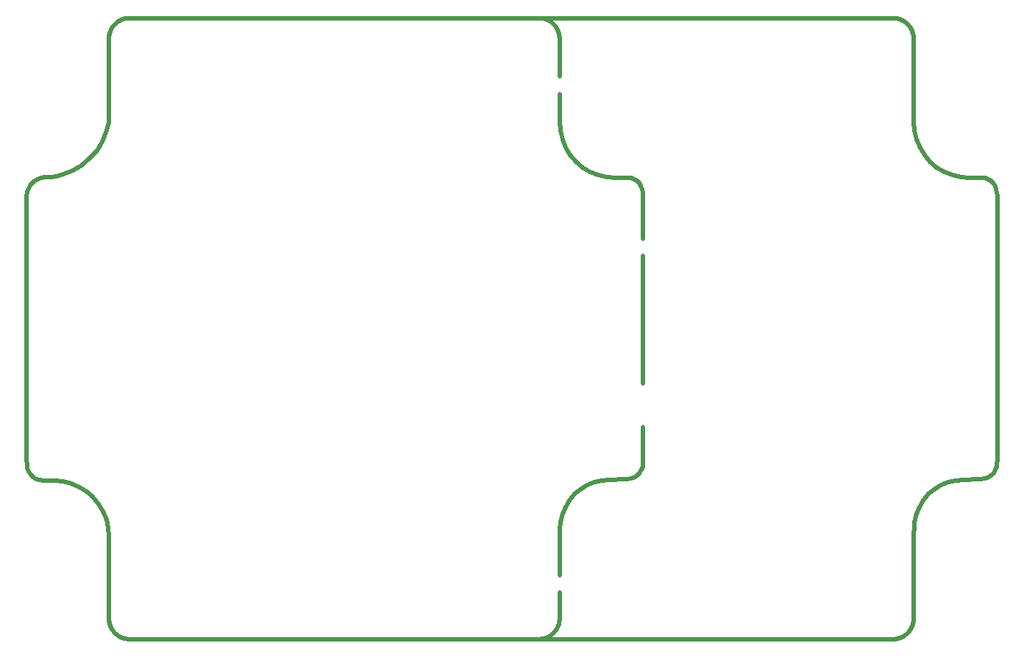
<source format=gbr>
G04 #@! TF.GenerationSoftware,KiCad,Pcbnew,(5.0.0)*
G04 #@! TF.CreationDate,2019-03-03T03:18:43+05:30*
G04 #@! TF.ProjectId,LoRa_Modbus,4C6F52615F4D6F646275732E6B696361,rev?*
G04 #@! TF.SameCoordinates,Original*
G04 #@! TF.FileFunction,Profile,NP*
%FSLAX46Y46*%
G04 Gerber Fmt 4.6, Leading zero omitted, Abs format (unit mm)*
G04 Created by KiCad (PCBNEW (5.0.0)) date 03/03/19 03:18:43*
%MOMM*%
%LPD*%
G01*
G04 APERTURE LIST*
%ADD10C,0.500000*%
G04 APERTURE END LIST*
D10*
X126392675Y-76883395D02*
X126377825Y-76881281D01*
X126654547Y-76936659D02*
X126640280Y-76932958D01*
X126822869Y-76987645D02*
X126809051Y-76982938D01*
X126524935Y-76906461D02*
X126510369Y-76903541D01*
X126362943Y-76879256D02*
X126348036Y-76877324D01*
X126466467Y-76895317D02*
X126451771Y-76892753D01*
X126553975Y-76912564D02*
X126539473Y-76909470D01*
X126795190Y-76978315D02*
X126781291Y-76973773D01*
X126836654Y-76992432D02*
X126822869Y-76987645D01*
X126059514Y-76858328D02*
X126044073Y-76858287D01*
X126090323Y-76858733D02*
X126074931Y-76858490D01*
X126105691Y-76859057D02*
X126090323Y-76858733D01*
X126151646Y-76860644D02*
X126136355Y-76860020D01*
X126348036Y-76877324D02*
X126333097Y-76875486D01*
X126422286Y-76887894D02*
X126407497Y-76885598D01*
X126739374Y-76960647D02*
X126725326Y-76956439D01*
X126932014Y-77028218D02*
X126918512Y-77022865D01*
X126495766Y-76900711D02*
X126481135Y-76897969D01*
X126182156Y-76862179D02*
X126166917Y-76861365D01*
X126725326Y-76956439D02*
X126711245Y-76952315D01*
X126781291Y-76973773D02*
X126767357Y-76969315D01*
X126568444Y-76915747D02*
X126553975Y-76912564D01*
X126809051Y-76982938D02*
X126795190Y-76978315D01*
X126945475Y-77033652D02*
X126932014Y-77028218D01*
X126227726Y-76865192D02*
X126212565Y-76864094D01*
X126864098Y-77002253D02*
X126850394Y-76997302D01*
X126288106Y-76870517D02*
X126273054Y-76869047D01*
X126377825Y-76881281D02*
X126362943Y-76879256D01*
X126891388Y-77012398D02*
X126877761Y-77007285D01*
X126074931Y-76858490D02*
X126059514Y-76858328D01*
X126510369Y-76903541D02*
X126495766Y-76900711D01*
X126597281Y-76922372D02*
X126582881Y-76919015D01*
X126640280Y-76932958D02*
X126625985Y-76929342D01*
X126877761Y-77007285D02*
X126864098Y-77002253D01*
X126121035Y-76859490D02*
X126105691Y-76859057D01*
X126582881Y-76919015D02*
X126568444Y-76915747D01*
X126303130Y-76872080D02*
X126288106Y-76870517D01*
X126451771Y-76892753D02*
X126437042Y-76890279D01*
X126437042Y-76890279D02*
X126422286Y-76887894D01*
X126481135Y-76897969D02*
X126466467Y-76895317D01*
X126682967Y-76944317D02*
X126668773Y-76940446D01*
X126958895Y-77039164D02*
X126945475Y-77033652D01*
X126166917Y-76861365D02*
X126151646Y-76860644D01*
X126136355Y-76860020D02*
X126121035Y-76859490D01*
X126197375Y-76863090D02*
X126182156Y-76862179D01*
X126212565Y-76864094D02*
X126197375Y-76863090D01*
X126257973Y-76867666D02*
X126242864Y-76866382D01*
X126668773Y-76940446D02*
X126654547Y-76936659D01*
X126611649Y-76925814D02*
X126597281Y-76922372D01*
X126918512Y-77022865D02*
X126904970Y-77017591D01*
X126273054Y-76869047D02*
X126257973Y-76867666D01*
X126972275Y-77044756D02*
X126958895Y-77039164D01*
X126407497Y-76885598D02*
X126392675Y-76883395D01*
X126753386Y-76964940D02*
X126739374Y-76960647D01*
X126711245Y-76952315D02*
X126697124Y-76948273D01*
X126850394Y-76997302D02*
X126836654Y-76992432D01*
X126242864Y-76866382D02*
X126227726Y-76865192D01*
X126539473Y-76909470D02*
X126524935Y-76906461D01*
X126625985Y-76929342D02*
X126611649Y-76925814D01*
X126318126Y-76873736D02*
X126303130Y-76872080D01*
X126697124Y-76948273D02*
X126682967Y-76944317D01*
X126767357Y-76969315D02*
X126753386Y-76964940D01*
X126333097Y-76875486D02*
X126318126Y-76873736D01*
X126904970Y-77017591D02*
X126891388Y-77012398D01*
X127481363Y-77338534D02*
X127469939Y-77329948D01*
X127435351Y-77304596D02*
X127423717Y-77296282D01*
X127677498Y-77504247D02*
X127667086Y-77494500D01*
X127698143Y-77523926D02*
X127687848Y-77514056D01*
X127458463Y-77321430D02*
X127446933Y-77312979D01*
X127603398Y-77437331D02*
X127592586Y-77428025D01*
X127646089Y-77475192D02*
X127635503Y-77465632D01*
X127614158Y-77446701D02*
X127603398Y-77437331D01*
X127230648Y-77172748D02*
X127218163Y-77165635D01*
X126985610Y-77050426D02*
X126972275Y-77044756D01*
X126998905Y-77056175D02*
X126985610Y-77050426D01*
X127012155Y-77062002D02*
X126998905Y-77056175D01*
X127243084Y-77179933D02*
X127230648Y-77172748D01*
X127446933Y-77312979D02*
X127435351Y-77304596D01*
X127103701Y-77104957D02*
X127090758Y-77098590D01*
X127142269Y-77124510D02*
X127129460Y-77117917D01*
X127548761Y-77391443D02*
X127537665Y-77382460D01*
X127180425Y-77144739D02*
X127167753Y-77137921D01*
X127316690Y-77224563D02*
X127304545Y-77216945D01*
X127292348Y-77209399D02*
X127280106Y-77201925D01*
X127218163Y-77165635D02*
X127205629Y-77158596D01*
X127255472Y-77187191D02*
X127243084Y-77179933D01*
X127526512Y-77373542D02*
X127515307Y-77364691D01*
X127624861Y-77456135D02*
X127614158Y-77446701D01*
X127656618Y-77484815D02*
X127646089Y-77475192D01*
X127708376Y-77533858D02*
X127698143Y-77523926D01*
X127352825Y-77247841D02*
X127340830Y-77240011D01*
X127400294Y-77279858D02*
X127388502Y-77271750D01*
X127469939Y-77329948D02*
X127458463Y-77321430D01*
X127667086Y-77494500D02*
X127656618Y-77484815D01*
X127025365Y-77067907D02*
X127012155Y-77062002D01*
X127090758Y-77098590D02*
X127077767Y-77092300D01*
X127718549Y-77543850D02*
X127708376Y-77533858D01*
X127559800Y-77400491D02*
X127548761Y-77391443D01*
X127155034Y-77131178D02*
X127142269Y-77124510D01*
X127728664Y-77553903D02*
X127718549Y-77543850D01*
X127051651Y-77079949D02*
X127038531Y-77073889D01*
X127038531Y-77073889D02*
X127025365Y-77067907D01*
X127064731Y-77086086D02*
X127051651Y-77079949D01*
X127167753Y-77137921D02*
X127155034Y-77131178D01*
X127412030Y-77288035D02*
X127400294Y-77279858D01*
X127687848Y-77514056D02*
X127677498Y-77504247D01*
X127304545Y-77216945D02*
X127292348Y-77209399D01*
X127328782Y-77232252D02*
X127316690Y-77224563D01*
X127592586Y-77428025D02*
X127581712Y-77418783D01*
X127581712Y-77418783D02*
X127570782Y-77409605D01*
X127570782Y-77409605D02*
X127559800Y-77400491D01*
X127635503Y-77465632D02*
X127624861Y-77456135D01*
X127537665Y-77382460D02*
X127526512Y-77373542D01*
X127077767Y-77092300D02*
X127064731Y-77086086D01*
X127116603Y-77111399D02*
X127103701Y-77104957D01*
X127129460Y-77117917D02*
X127116603Y-77111399D01*
X127280106Y-77201925D02*
X127267815Y-77194522D01*
X127376661Y-77263710D02*
X127364767Y-77255741D01*
X127492730Y-77347186D02*
X127481363Y-77338534D01*
X127388502Y-77271750D02*
X127376661Y-77263710D01*
X127193051Y-77151631D02*
X127180425Y-77144739D01*
X127504045Y-77355905D02*
X127492730Y-77347186D01*
X127205629Y-77158596D02*
X127193051Y-77151631D01*
X127267815Y-77194522D02*
X127255472Y-77187191D01*
X127423717Y-77296282D02*
X127412030Y-77288035D01*
X127340830Y-77240011D02*
X127328782Y-77232252D01*
X127515307Y-77364691D02*
X127504045Y-77355905D01*
X127364767Y-77255741D02*
X127352825Y-77247841D01*
X128137654Y-78102142D02*
X128130766Y-78089516D01*
X127961075Y-77824103D02*
X127952563Y-77812627D01*
X128010728Y-77894065D02*
X128002624Y-77882275D01*
X128026728Y-77917801D02*
X128018762Y-77905907D01*
X128087905Y-78014754D02*
X128080510Y-78002461D01*
X128109664Y-78051920D02*
X128102484Y-78039483D01*
X127986211Y-77858849D02*
X127977902Y-77847214D01*
X128237562Y-78310293D02*
X128231897Y-78296957D01*
X127943982Y-77801205D02*
X127935332Y-77789836D01*
X128208450Y-78244037D02*
X128202396Y-78230915D01*
X127816926Y-77647064D02*
X127807369Y-77636478D01*
X127872940Y-77711784D02*
X127863763Y-77700856D01*
X128157866Y-78140298D02*
X128151204Y-78127533D01*
X127882047Y-77722768D02*
X127872940Y-77711784D01*
X128164455Y-78153108D02*
X128157866Y-78140298D01*
X127826422Y-77657708D02*
X127816926Y-77647064D01*
X128220327Y-78270411D02*
X128214427Y-78257203D01*
X128073039Y-77990218D02*
X128065499Y-77978024D01*
X127900072Y-77744904D02*
X127891094Y-77733809D01*
X128095231Y-78027094D02*
X128087905Y-78014754D01*
X128177405Y-78178865D02*
X128170967Y-78165964D01*
X127835853Y-77668409D02*
X127826422Y-77657708D01*
X127891094Y-77733809D02*
X127882047Y-77722768D01*
X127969523Y-77835633D02*
X127961075Y-77824103D01*
X127994452Y-77870536D02*
X127986211Y-77858849D01*
X128034624Y-77929745D02*
X128026728Y-77917801D01*
X127917834Y-77767261D02*
X127908989Y-77756055D01*
X127926617Y-77778521D02*
X127917834Y-77767261D01*
X128002624Y-77882275D02*
X127994452Y-77870536D01*
X128170967Y-78165964D02*
X128164455Y-78153108D01*
X127935332Y-77789836D02*
X127926617Y-77778521D01*
X127952563Y-77812627D02*
X127943982Y-77801205D01*
X128042448Y-77941740D02*
X128034624Y-77929745D01*
X128018762Y-77905907D02*
X128010728Y-77894065D01*
X128050203Y-77953784D02*
X128042448Y-77941740D01*
X128116771Y-78064405D02*
X128109664Y-78051920D01*
X128190052Y-78204802D02*
X128183767Y-78191811D01*
X128231897Y-78296957D02*
X128226151Y-78283663D01*
X128123805Y-78076936D02*
X128116771Y-78064405D01*
X128202396Y-78230915D02*
X128196260Y-78217836D01*
X128214427Y-78257203D02*
X128208450Y-78244037D01*
X128226151Y-78283663D02*
X128220327Y-78270411D01*
X127977902Y-77847214D02*
X127969523Y-77835633D01*
X128130766Y-78089516D02*
X128123805Y-78076936D01*
X128065499Y-77978024D02*
X128057885Y-77965879D01*
X128057885Y-77965879D02*
X128050203Y-77953784D01*
X128080510Y-78002461D02*
X128073039Y-77990218D01*
X128196260Y-78217836D02*
X128190052Y-78204802D01*
X127738716Y-77564017D02*
X127728664Y-77553903D01*
X127748710Y-77574191D02*
X127738716Y-77564017D01*
X127758640Y-77584424D02*
X127748710Y-77574191D01*
X127863763Y-77700856D02*
X127854522Y-77689984D01*
X128151204Y-78127533D02*
X128144466Y-78114814D01*
X127768509Y-77594717D02*
X127758640Y-77584424D01*
X127854522Y-77689984D02*
X127845220Y-77679168D01*
X128144466Y-78114814D02*
X128137654Y-78102142D01*
X127778317Y-77605069D02*
X127768509Y-77594717D01*
X127788064Y-77615480D02*
X127778317Y-77605069D01*
X127797747Y-77625950D02*
X127788064Y-77615480D01*
X128102484Y-78039483D02*
X128095231Y-78027094D01*
X127807369Y-77636478D02*
X127797747Y-77625950D01*
X127908989Y-77756055D02*
X127900072Y-77744904D01*
X128183767Y-78191811D02*
X128177405Y-78178865D01*
X127845220Y-77679168D02*
X127835853Y-77668409D01*
X128423018Y-79161532D02*
X128422492Y-79146213D01*
X128405038Y-78934533D02*
X128403094Y-78919624D01*
X128352919Y-78656585D02*
X128349315Y-78642286D01*
X128259438Y-78364055D02*
X128254089Y-78350553D01*
X128411882Y-78994462D02*
X128410302Y-78979437D01*
X128269898Y-78391181D02*
X128264707Y-78377598D01*
X128345630Y-78628022D02*
X128341864Y-78613794D01*
X128356443Y-78670918D02*
X128352919Y-78656585D01*
X128421115Y-79115652D02*
X128420305Y-79100410D01*
X128254089Y-78350553D02*
X128248658Y-78337091D01*
X128275009Y-78404806D02*
X128269898Y-78391181D01*
X128325832Y-78557240D02*
X128321624Y-78543193D01*
X128329958Y-78571324D02*
X128325832Y-78557240D01*
X128421844Y-79130920D02*
X128421115Y-79115652D01*
X128341864Y-78613794D02*
X128337976Y-78599601D01*
X128378756Y-78772200D02*
X128375840Y-78757632D01*
X128394428Y-78860283D02*
X128392039Y-78845524D01*
X128413380Y-79009515D02*
X128411882Y-78994462D01*
X128424273Y-79223054D02*
X128424273Y-79207637D01*
X128423869Y-79192244D02*
X128423464Y-79176876D01*
X128420305Y-79100410D02*
X128419373Y-79085194D01*
X128408642Y-78964440D02*
X128406901Y-78949472D01*
X128349315Y-78642286D02*
X128345630Y-78628022D01*
X128381591Y-78786801D02*
X128378756Y-78772200D01*
X128392039Y-78845524D02*
X128389568Y-78830796D01*
X128363246Y-78699688D02*
X128359885Y-78685286D01*
X128422492Y-79146213D02*
X128421844Y-79130920D01*
X128280039Y-78418469D02*
X128275009Y-78404806D01*
X128369725Y-78728593D02*
X128366526Y-78714123D01*
X128417268Y-79054841D02*
X128416053Y-79039705D01*
X128284987Y-78432173D02*
X128280039Y-78418469D01*
X128299343Y-78473518D02*
X128294637Y-78459697D01*
X128366526Y-78714123D02*
X128363246Y-78699688D01*
X128396736Y-78875073D02*
X128394428Y-78860283D01*
X128414757Y-79024597D02*
X128413380Y-79009515D01*
X128406901Y-78949472D02*
X128405038Y-78934533D01*
X128401069Y-78904743D02*
X128398963Y-78889893D01*
X128243151Y-78323671D02*
X128237562Y-78310293D01*
X128248658Y-78337091D02*
X128243151Y-78323671D01*
X128289855Y-78445916D02*
X128284987Y-78432173D01*
X128312962Y-78515210D02*
X128308503Y-78501274D01*
X128384344Y-78801435D02*
X128381591Y-78786801D01*
X128424273Y-79207637D02*
X128423869Y-79192244D01*
X128308503Y-78501274D02*
X128303964Y-78487377D01*
X128398963Y-78889893D02*
X128396736Y-78875073D01*
X128389568Y-78830796D02*
X128387017Y-78816100D01*
X128424273Y-79237934D02*
X128424273Y-79223054D01*
X128403094Y-78919624D02*
X128401069Y-78904743D01*
X128416053Y-79039705D02*
X128414757Y-79024597D01*
X128375840Y-78757632D02*
X128372843Y-78743096D01*
X128387017Y-78816100D02*
X128384344Y-78801435D01*
X128410302Y-78979437D02*
X128408642Y-78964440D01*
X128423464Y-79176876D02*
X128423018Y-79161532D01*
X128334008Y-78585445D02*
X128329958Y-78571324D01*
X128321624Y-78543193D02*
X128317336Y-78529183D01*
X128359885Y-78685286D02*
X128356443Y-78670918D01*
X128264707Y-78377598D02*
X128259438Y-78364055D01*
X128418361Y-79070004D02*
X128417268Y-79054841D01*
X128294637Y-78459697D02*
X128289855Y-78445916D01*
X128317336Y-78529183D02*
X128312962Y-78515210D01*
X128337976Y-78599601D02*
X128334008Y-78585445D01*
X128419373Y-79085194D02*
X128418361Y-79070004D01*
X128303964Y-78487377D02*
X128299343Y-78473518D01*
X128372843Y-78743096D02*
X128369725Y-78728593D01*
X128421941Y-146149139D02*
X128422589Y-146133843D01*
X137850944Y-128908243D02*
X137983694Y-128510243D01*
X133289694Y-130134783D02*
X134153936Y-130059647D01*
X131957009Y-94565032D02*
X131068120Y-94057211D01*
X128528207Y-89865868D02*
X128433912Y-88783165D01*
X129163185Y-91771208D02*
X128782117Y-90839798D01*
X133862348Y-95200010D02*
X132888418Y-94946100D01*
X130809127Y-131149659D02*
X131598234Y-130698484D01*
X128782117Y-90839798D02*
X128528207Y-89865868D01*
X130305984Y-93379712D02*
X129671006Y-92617576D01*
X137346840Y-129571750D02*
X137638740Y-129279847D01*
X128421212Y-146164406D02*
X128421941Y-146149139D01*
X138047961Y-102280435D02*
X138047961Y-97280434D01*
X138047961Y-127826435D02*
X138047961Y-123967435D01*
X128424371Y-136176063D02*
X128479190Y-135734753D01*
X128423966Y-146087812D02*
X128424371Y-146072419D01*
X128413518Y-146270542D02*
X128414895Y-146255461D01*
X128419471Y-146194863D02*
X128420402Y-146179649D01*
X137638740Y-129279847D02*
X137850944Y-128908243D01*
X135879097Y-130020410D02*
X136214226Y-130013344D01*
X130132543Y-131713356D02*
X130809127Y-131149659D01*
X134873798Y-95237700D02*
X133862348Y-95200010D01*
X129671006Y-92617576D02*
X129163185Y-91771208D01*
X131068120Y-94057211D02*
X130305984Y-93379712D01*
X128479190Y-135734753D02*
X128554327Y-134870150D01*
X135697197Y-95232868D02*
X134873798Y-95237700D01*
X136271192Y-95263354D02*
X135697197Y-95232868D01*
X128414895Y-146255461D02*
X128416190Y-146240352D01*
X128424371Y-141041435D02*
X128424371Y-136176063D01*
X128422589Y-146133843D02*
X128423115Y-146118524D01*
X136975492Y-129783950D02*
X137346840Y-129571750D01*
X137337717Y-95642442D02*
X137006018Y-95452896D01*
X137788001Y-96235110D02*
X137598459Y-95903179D01*
X131598234Y-130698484D02*
X132425090Y-130360549D01*
X137983694Y-128510243D02*
X138036748Y-128085589D01*
X137906581Y-96590616D02*
X137788001Y-96235110D01*
X138047961Y-118967434D02*
X138047961Y-104280435D01*
X136214226Y-130013344D02*
X136577492Y-129916704D01*
X134153936Y-130059647D02*
X135879097Y-130020410D01*
X128554327Y-134870150D02*
X128779736Y-134005908D01*
X129568842Y-132427330D02*
X130132543Y-131713356D01*
X128423115Y-146118524D02*
X128423561Y-146103180D01*
X128412060Y-146285598D02*
X128413518Y-146270542D01*
X128424371Y-146041435D02*
X128424371Y-143041434D01*
X132425090Y-130360549D02*
X133289694Y-130134783D01*
X129118024Y-133179051D02*
X129568842Y-132427330D01*
X128417365Y-146225219D02*
X128418458Y-146210053D01*
X128416190Y-146240352D02*
X128417365Y-146225219D01*
X128427473Y-83602435D02*
X128424273Y-79237934D01*
X136650507Y-95310742D02*
X136271192Y-95263354D01*
X128420402Y-146179649D02*
X128421212Y-146164406D01*
X128433912Y-88783165D02*
X128427473Y-85602434D01*
X132888418Y-94946100D02*
X131957009Y-94565032D01*
X137006018Y-95452896D02*
X136650507Y-95310742D01*
X138047961Y-97280434D02*
X138012434Y-96922745D01*
X136577492Y-129916704D02*
X136975492Y-129783950D01*
X137598459Y-95903179D02*
X137337717Y-95642442D01*
X138012434Y-96922745D02*
X137906581Y-96590616D01*
X128779736Y-134005908D02*
X129118024Y-133179051D01*
X128423561Y-146103180D02*
X128423966Y-146087812D01*
X128418458Y-146210053D02*
X128419471Y-146194863D01*
X138036748Y-128085589D02*
X138047961Y-127826435D01*
X128424371Y-146072419D02*
X128424371Y-146057002D01*
X128424371Y-146057002D02*
X128424371Y-146041435D01*
X128280318Y-146861590D02*
X128285271Y-146847886D01*
X128196487Y-147062224D02*
X128202622Y-147049148D01*
X128183982Y-147088251D02*
X128190271Y-147075260D01*
X128410481Y-146300622D02*
X128412060Y-146285598D01*
X128396995Y-146404985D02*
X128399182Y-146390167D01*
X128363546Y-146580373D02*
X128366826Y-146565936D01*
X128353219Y-146623477D02*
X128356742Y-146609142D01*
X128349615Y-146637772D02*
X128353219Y-146623477D01*
X128326131Y-146722818D02*
X128330258Y-146708738D01*
X128308799Y-146778788D02*
X128313258Y-146764849D01*
X128237817Y-146969767D02*
X128243406Y-146956391D01*
X128171173Y-147114095D02*
X128177616Y-147101197D01*
X128366826Y-146565936D02*
X128370025Y-146551467D01*
X128408820Y-146315618D02*
X128410481Y-146300622D01*
X128407079Y-146330585D02*
X128408820Y-146315618D01*
X128345930Y-146652039D02*
X128349615Y-146637772D01*
X128317631Y-146750878D02*
X128321924Y-146736866D01*
X128202622Y-147049148D02*
X128208681Y-147036023D01*
X128177616Y-147101197D02*
X128183982Y-147088251D01*
X128405257Y-146345524D02*
X128407079Y-146330585D01*
X128394687Y-146419774D02*
X128396995Y-146404985D01*
X128330258Y-146708738D02*
X128334307Y-146694617D01*
X128313258Y-146764849D02*
X128317631Y-146750878D01*
X128259706Y-146916005D02*
X128264982Y-146902463D01*
X128381850Y-146493258D02*
X128384604Y-146478623D01*
X128275284Y-146875253D02*
X128280318Y-146861590D01*
X128376099Y-146522427D02*
X128379015Y-146507861D01*
X128304255Y-146792682D02*
X128308799Y-146778788D01*
X128285271Y-146847886D02*
X128290138Y-146834146D01*
X128264982Y-146902463D02*
X128270174Y-146888880D01*
X128164653Y-147126953D02*
X128171173Y-147114095D01*
X128214666Y-147022858D02*
X128220570Y-147009648D01*
X128208681Y-147036023D02*
X128214666Y-147022858D01*
X128403313Y-146360435D02*
X128405257Y-146345524D01*
X128190271Y-147075260D02*
X128196487Y-147062224D01*
X128401288Y-146375317D02*
X128403313Y-146360435D01*
X128399182Y-146390167D02*
X128401288Y-146375317D01*
X128392298Y-146434535D02*
X128394687Y-146419774D01*
X128299635Y-146806544D02*
X128304255Y-146792682D01*
X128389828Y-146449263D02*
X128392298Y-146434535D01*
X128360184Y-146594774D02*
X128363546Y-146580373D01*
X128321924Y-146736866D02*
X128326131Y-146722818D01*
X128243406Y-146956391D02*
X128248921Y-146942971D01*
X128144652Y-147165246D02*
X128151395Y-147152526D01*
X128387276Y-146463959D02*
X128389828Y-146449263D01*
X128384604Y-146478623D02*
X128387276Y-146463959D01*
X128151395Y-147152526D02*
X128158060Y-147139762D01*
X128248921Y-146942971D02*
X128254352Y-146929510D01*
X128226398Y-146996397D02*
X128232144Y-146983103D01*
X128379015Y-146507861D02*
X128381850Y-146493258D01*
X128373103Y-146536966D02*
X128376099Y-146522427D01*
X128342164Y-146666265D02*
X128345930Y-146652039D01*
X128370025Y-146551467D02*
X128373103Y-146536966D01*
X128232144Y-146983103D02*
X128237817Y-146969767D01*
X128220570Y-147009648D02*
X128226398Y-146996397D01*
X128158060Y-147139762D02*
X128164653Y-147126953D01*
X128356742Y-146609142D02*
X128360184Y-146594774D01*
X128290138Y-146834146D02*
X128294929Y-146820365D01*
X128254352Y-146929510D02*
X128259706Y-146916005D01*
X128338276Y-146680459D02*
X128342164Y-146666265D01*
X128334307Y-146694617D02*
X128338276Y-146680459D01*
X128294929Y-146820365D02*
X128299635Y-146806544D01*
X128270174Y-146888880D02*
X128275284Y-146875253D01*
X128137833Y-147177917D02*
X128144652Y-147165246D01*
X127677502Y-147775813D02*
X127687853Y-147766005D01*
X127570786Y-147870456D02*
X127581716Y-147861276D01*
X128109826Y-147228140D02*
X128116937Y-147215655D01*
X128042562Y-147338322D02*
X128050321Y-147326278D01*
X128002713Y-147397786D02*
X128010821Y-147385994D01*
X127926666Y-147501537D02*
X127935385Y-147490223D01*
X127863788Y-147579205D02*
X127872968Y-147568275D01*
X127748714Y-147705868D02*
X127758644Y-147695635D01*
X127708380Y-147746202D02*
X127718553Y-147736208D01*
X127646093Y-147804869D02*
X127656622Y-147795243D01*
X127603402Y-147842729D02*
X127614162Y-147833358D01*
X127718553Y-147736208D02*
X127728669Y-147726157D01*
X127758644Y-147695635D02*
X127768517Y-147685345D01*
X127986288Y-147421213D02*
X127994537Y-147409526D01*
X127944039Y-147478855D02*
X127952624Y-147467432D01*
X127698147Y-147756132D02*
X127708380Y-147746202D01*
X127909030Y-147524005D02*
X127917882Y-147512799D01*
X127624865Y-147823926D02*
X127635507Y-147814426D01*
X128130940Y-147190544D02*
X128137833Y-147177917D01*
X128095381Y-147252968D02*
X128102638Y-147240577D01*
X128073173Y-147289844D02*
X128080648Y-147277598D01*
X127656622Y-147795243D02*
X127667090Y-147785561D01*
X127614162Y-147833358D02*
X127624865Y-147823926D01*
X127952624Y-147467432D02*
X127961140Y-147455959D01*
X127807381Y-147643581D02*
X127816938Y-147632996D01*
X127917882Y-147512799D02*
X127926666Y-147501537D01*
X127900113Y-147535157D02*
X127909030Y-147524005D01*
X127788072Y-147664579D02*
X127797755Y-147654110D01*
X128123975Y-147203126D02*
X128130940Y-147190544D01*
X128018863Y-147374153D02*
X128026833Y-147362259D01*
X127592590Y-147852035D02*
X127603402Y-147842729D01*
X128116937Y-147215655D02*
X128123975Y-147203126D01*
X127854546Y-147590078D02*
X127863788Y-147579205D01*
X128102638Y-147240577D02*
X128109826Y-147228140D01*
X128088051Y-147265308D02*
X128095381Y-147252968D01*
X128080648Y-147277598D02*
X128088051Y-147265308D01*
X128026833Y-147362259D02*
X128034730Y-147350317D01*
X127935385Y-147490223D02*
X127944039Y-147478855D01*
X127581716Y-147861276D02*
X127592590Y-147852035D01*
X127882080Y-147557292D02*
X127891127Y-147546253D01*
X127835870Y-147611650D02*
X127845240Y-147600890D01*
X127635507Y-147814426D02*
X127646093Y-147804869D01*
X127738720Y-147716045D02*
X127748714Y-147705868D01*
X128065624Y-147302037D02*
X128073173Y-147289844D01*
X127969592Y-147444430D02*
X127977974Y-147432848D01*
X127961140Y-147455959D02*
X127969592Y-147444430D01*
X127845240Y-147600890D02*
X127854546Y-147590078D01*
X127826438Y-147622353D02*
X127835870Y-147611650D01*
X128058007Y-147314182D02*
X128065624Y-147302037D01*
X127994537Y-147409526D02*
X128002713Y-147397786D01*
X127872968Y-147568275D02*
X127882080Y-147557292D01*
X127687853Y-147766005D02*
X127698147Y-147756132D01*
X128050321Y-147326278D02*
X128058007Y-147314182D01*
X127891127Y-147546253D02*
X127900113Y-147535157D01*
X127768517Y-147685345D02*
X127778325Y-147674990D01*
X127797755Y-147654110D02*
X127807381Y-147643581D01*
X127728669Y-147726157D02*
X127738720Y-147716045D01*
X127559804Y-147879568D02*
X127570786Y-147870456D01*
X128034730Y-147350317D02*
X128042562Y-147338322D01*
X127977974Y-147432848D02*
X127986288Y-147421213D01*
X127667090Y-147785561D02*
X127677502Y-147775813D01*
X127778325Y-147674990D02*
X127788072Y-147664579D01*
X127816938Y-147632996D02*
X127826438Y-147622353D01*
X128010821Y-147385994D02*
X128018863Y-147374153D01*
X127352829Y-148032218D02*
X127364771Y-148024317D01*
X127090762Y-148181466D02*
X127103705Y-148175100D01*
X127243088Y-148100126D02*
X127255476Y-148092869D01*
X127400298Y-148000202D02*
X127412034Y-147992026D01*
X127328786Y-148047809D02*
X127340834Y-148040050D01*
X127116607Y-148168661D02*
X127129464Y-148162142D01*
X127077771Y-148187759D02*
X127090762Y-148181466D01*
X127492734Y-147932873D02*
X127504049Y-147924154D01*
X127481367Y-147941527D02*
X127492734Y-147932873D01*
X127469943Y-147950112D02*
X127481367Y-147941527D01*
X127435355Y-147975463D02*
X127446937Y-147967080D01*
X127167757Y-148142136D02*
X127180429Y-148135321D01*
X127376665Y-148016348D02*
X127388506Y-148008309D01*
X127180429Y-148135321D02*
X127193055Y-148128429D01*
X127129464Y-148162142D02*
X127142273Y-148155549D01*
X127316694Y-148055495D02*
X127328786Y-148047809D01*
X127103705Y-148175100D02*
X127116607Y-148168661D01*
X127051655Y-148200111D02*
X127064736Y-148193971D01*
X127446937Y-147967080D02*
X127458467Y-147958629D01*
X127025369Y-148212150D02*
X127038535Y-148206169D01*
X127364771Y-148024317D02*
X127376665Y-148016348D01*
X127292352Y-148070661D02*
X127304549Y-148063112D01*
X127255476Y-148092869D02*
X127267819Y-148085535D01*
X127038535Y-148206169D02*
X127051655Y-148200111D01*
X127304549Y-148063112D02*
X127316694Y-148055495D01*
X127412034Y-147992026D02*
X127423721Y-147983777D01*
X127423721Y-147983777D02*
X127435355Y-147975463D01*
X127388506Y-148008309D02*
X127400298Y-148000202D01*
X127218167Y-148114425D02*
X127230652Y-148107310D01*
X127548765Y-147888615D02*
X127559804Y-147879568D01*
X127537669Y-147897601D02*
X127548765Y-147888615D01*
X127526516Y-147906518D02*
X127537669Y-147897601D01*
X127230652Y-148107310D02*
X127243088Y-148100126D01*
X127504049Y-147924154D02*
X127515311Y-147915371D01*
X127280110Y-148078132D02*
X127292352Y-148070661D01*
X127515311Y-147915371D02*
X127526516Y-147906518D01*
X127155038Y-148148879D02*
X127167757Y-148142136D01*
X127193055Y-148128429D02*
X127205633Y-148121463D01*
X127064736Y-148193971D02*
X127077771Y-148187759D01*
X127340834Y-148040050D02*
X127352829Y-148032218D01*
X127267819Y-148085535D02*
X127280110Y-148078132D01*
X127205633Y-148121463D02*
X127218167Y-148114425D01*
X127142273Y-148155549D02*
X127155038Y-148148879D01*
X127458467Y-147958629D02*
X127469943Y-147950112D01*
X126495770Y-148379334D02*
X126510373Y-148376499D01*
X126481139Y-148382088D02*
X126495770Y-148379334D01*
X126392679Y-148396666D02*
X126407501Y-148394480D01*
X126362947Y-148400797D02*
X126377829Y-148398772D01*
X126242868Y-148413675D02*
X126257977Y-148412379D01*
X126197379Y-148416955D02*
X126212569Y-148415943D01*
X126437046Y-148389782D02*
X126451775Y-148387312D01*
X126136359Y-148420033D02*
X126151650Y-148419425D01*
X126998909Y-148223882D02*
X127012159Y-148218054D01*
X126985614Y-148229632D02*
X126998909Y-148223882D01*
X126972279Y-148235302D02*
X126985614Y-148229632D01*
X126958899Y-148240894D02*
X126972279Y-148235302D01*
X126932018Y-148251840D02*
X126945479Y-148246406D01*
X126697128Y-148331792D02*
X126711249Y-148327742D01*
X126918516Y-148257194D02*
X126932018Y-148251840D01*
X126904974Y-148262466D02*
X126918516Y-148257194D01*
X126568448Y-148364310D02*
X126582885Y-148361030D01*
X126273058Y-148411002D02*
X126288110Y-148409544D01*
X126891392Y-148267658D02*
X126904974Y-148262466D01*
X126227730Y-148414849D02*
X126242868Y-148413675D01*
X126877765Y-148272773D02*
X126891392Y-148267658D01*
X126809055Y-148297119D02*
X126822873Y-148292413D01*
X126597285Y-148357669D02*
X126611653Y-148354227D01*
X126466471Y-148384761D02*
X126481139Y-148382088D01*
X126422290Y-148392171D02*
X126437046Y-148389782D01*
X126348040Y-148402741D02*
X126362947Y-148400797D01*
X126864102Y-148277806D02*
X126877765Y-148272773D01*
X126753390Y-148315119D02*
X126767361Y-148310742D01*
X126668777Y-148339607D02*
X126682971Y-148335760D01*
X126407501Y-148394480D02*
X126422290Y-148392171D01*
X126850398Y-148282755D02*
X126864102Y-148277806D01*
X126822873Y-148292413D02*
X126836658Y-148287627D01*
X126333101Y-148404563D02*
X126348040Y-148402741D01*
X126553979Y-148367509D02*
X126568448Y-148364310D01*
X126739378Y-148319412D02*
X126753390Y-148315119D01*
X126318130Y-148406304D02*
X126333101Y-148404563D01*
X126182160Y-148417886D02*
X126197379Y-148416955D01*
X126539477Y-148370587D02*
X126553979Y-148367509D01*
X126524939Y-148373584D02*
X126539477Y-148370587D01*
X126510373Y-148376499D02*
X126524939Y-148373584D01*
X126377829Y-148398772D02*
X126392679Y-148396666D01*
X126166922Y-148418696D02*
X126182160Y-148417886D01*
X126451775Y-148387312D02*
X126466471Y-148384761D01*
X126303134Y-148407965D02*
X126318130Y-148406304D01*
X126288110Y-148409544D02*
X126303134Y-148407965D01*
X126151650Y-148419425D02*
X126166922Y-148418696D01*
X126105696Y-148421005D02*
X126121039Y-148420559D01*
X126257977Y-148412379D02*
X126273058Y-148411002D01*
X126582885Y-148361030D02*
X126597285Y-148357669D01*
X126945479Y-148246406D02*
X126958899Y-148240894D01*
X126795194Y-148301744D02*
X126809055Y-148297119D01*
X126121039Y-148420559D02*
X126136359Y-148420033D01*
X127012159Y-148218054D02*
X127025369Y-148212150D01*
X126781295Y-148306283D02*
X126795194Y-148301744D01*
X126640284Y-148347099D02*
X126654551Y-148343414D01*
X126767361Y-148310742D02*
X126781295Y-148306283D01*
X126836658Y-148287627D02*
X126850398Y-148282755D01*
X126625989Y-148350703D02*
X126640284Y-148347099D01*
X126725330Y-148323620D02*
X126739378Y-148319412D01*
X126212569Y-148415943D02*
X126227730Y-148414849D01*
X126711249Y-148327742D02*
X126725330Y-148323620D01*
X126682971Y-148335760D02*
X126697128Y-148331792D01*
X126611653Y-148354227D02*
X126625989Y-148350703D01*
X126654551Y-148343414D02*
X126668777Y-148339607D01*
X169095930Y-146652039D02*
X169099615Y-146637772D01*
X169137277Y-146463959D02*
X169139828Y-146449263D01*
X169110185Y-146594774D02*
X169113546Y-146580373D01*
X172348234Y-130698484D02*
X173175091Y-130360549D01*
X169529736Y-134005908D02*
X169868024Y-133179051D01*
X169171941Y-146149139D02*
X169172589Y-146133843D01*
X169171212Y-146164406D02*
X169171941Y-146149139D01*
X169103219Y-146623477D02*
X169106743Y-146609142D01*
X169167365Y-146225219D02*
X169168459Y-146210053D01*
X169158821Y-146315618D02*
X169160481Y-146300622D01*
X169151288Y-146375317D02*
X169153313Y-146360435D01*
X169168459Y-146210053D02*
X169169471Y-146194863D01*
X169146996Y-146404985D02*
X169149183Y-146390167D01*
X169106743Y-146609142D02*
X169110185Y-146594774D01*
X169166191Y-146240352D02*
X169167365Y-146225219D01*
X169139828Y-146449263D02*
X169142298Y-146434535D01*
X169071924Y-146736866D02*
X169076132Y-146722818D01*
X169155257Y-146345524D02*
X169157079Y-146330585D01*
X173175091Y-130360549D02*
X174039694Y-130134783D01*
X171559128Y-131149659D02*
X172348234Y-130698484D01*
X169160481Y-146300622D02*
X169162060Y-146285598D01*
X169153313Y-146360435D02*
X169155257Y-146345524D01*
X169080258Y-146708738D02*
X169084308Y-146694617D01*
X169126100Y-146522427D02*
X169129015Y-146507861D01*
X169174371Y-146072419D02*
X169174371Y-146057002D01*
X169134604Y-146478623D02*
X169137277Y-146463959D01*
X169173561Y-146103180D02*
X169173966Y-146087812D01*
X169120025Y-146551467D02*
X169123103Y-146536966D01*
X169099615Y-146637772D02*
X169103219Y-146623477D01*
X126059518Y-148421814D02*
X126074935Y-148421814D01*
X169149183Y-146390167D02*
X169151288Y-146375317D01*
X169129015Y-146507861D02*
X169131850Y-146493258D01*
X169304327Y-134870150D02*
X169529736Y-134005908D01*
X126090327Y-148421409D02*
X126105696Y-148421005D01*
X126074935Y-148421814D02*
X126090327Y-148421409D01*
X126044077Y-148421814D02*
X126059518Y-148421814D01*
X174903937Y-130059647D02*
X176629097Y-130020410D01*
X174039694Y-130134783D02*
X174903937Y-130059647D01*
X170318843Y-132427330D02*
X170882544Y-131713356D01*
X169174371Y-136176063D02*
X169229191Y-135734753D01*
X169116826Y-146565936D02*
X169120025Y-146551467D01*
X169157079Y-146330585D02*
X169158821Y-146315618D01*
X169170402Y-146179649D02*
X169171212Y-146164406D01*
X170882544Y-131713356D02*
X171559128Y-131149659D01*
X169868024Y-133179051D02*
X170318843Y-132427330D01*
X169229191Y-135734753D02*
X169304327Y-134870150D01*
X169174371Y-146041561D02*
X169174371Y-136176063D01*
X169174371Y-146057002D02*
X169174371Y-146041561D01*
X169076132Y-146722818D02*
X169080258Y-146708738D01*
X169173966Y-146087812D02*
X169174371Y-146072419D01*
X169173116Y-146118524D02*
X169173561Y-146103180D01*
X169164895Y-146255461D02*
X169166191Y-146240352D01*
X169142298Y-146434535D02*
X169144687Y-146419774D01*
X169172589Y-146133843D02*
X169173116Y-146118524D01*
X169092164Y-146666265D02*
X169095930Y-146652039D01*
X169169471Y-146194863D02*
X169170402Y-146179649D01*
X169162060Y-146285598D02*
X169163518Y-146270542D01*
X169088276Y-146680459D02*
X169092164Y-146666265D01*
X169123103Y-146536966D02*
X169126100Y-146522427D01*
X169144687Y-146419774D02*
X169146996Y-146404985D01*
X169113546Y-146580373D02*
X169116826Y-146565936D01*
X169131850Y-146493258D02*
X169134604Y-146478623D01*
X169084308Y-146694617D02*
X169088276Y-146680459D01*
X169163518Y-146270542D02*
X169164895Y-146255461D01*
X169004352Y-146929510D02*
X169009706Y-146916005D01*
X168958681Y-147036023D02*
X168964666Y-147022858D01*
X168694039Y-147478855D02*
X168702624Y-147467432D01*
X168768864Y-147374153D02*
X168776833Y-147362259D01*
X168940271Y-147075260D02*
X168946488Y-147062224D01*
X168914654Y-147126953D02*
X168921173Y-147114095D01*
X168752714Y-147397786D02*
X168760821Y-147385994D01*
X168800321Y-147326278D02*
X168808007Y-147314182D01*
X169040139Y-146834146D02*
X169044929Y-146820365D01*
X168838051Y-147265308D02*
X168845381Y-147252968D01*
X169035271Y-146847886D02*
X169040139Y-146834146D01*
X169025285Y-146875253D02*
X169030318Y-146861590D01*
X168894653Y-147165246D02*
X168901395Y-147152526D01*
X168970571Y-147009648D02*
X168976398Y-146996397D01*
X168887833Y-147177917D02*
X168894653Y-147165246D01*
X168823173Y-147289844D02*
X168830649Y-147277598D01*
X168641127Y-147546253D02*
X168650113Y-147535157D01*
X168784730Y-147350317D02*
X168792562Y-147338322D01*
X168952623Y-147049148D02*
X168958681Y-147036023D01*
X168650113Y-147535157D02*
X168659030Y-147524005D01*
X168873975Y-147203126D02*
X168880941Y-147190544D01*
X168744538Y-147409526D02*
X168752714Y-147397786D01*
X169020174Y-146888880D02*
X169025285Y-146875253D01*
X169009706Y-146916005D02*
X169014983Y-146902463D01*
X168998922Y-146942971D02*
X169004352Y-146929510D01*
X168993406Y-146956391D02*
X168998922Y-146942971D01*
X168987818Y-146969767D02*
X168993406Y-146956391D01*
X168982144Y-146983103D02*
X168987818Y-146969767D01*
X168933982Y-147088251D02*
X168940271Y-147075260D01*
X168880941Y-147190544D02*
X168887833Y-147177917D01*
X168776833Y-147362259D02*
X168784730Y-147350317D01*
X168727975Y-147432848D02*
X168736289Y-147421213D01*
X168927616Y-147101197D02*
X168933982Y-147088251D01*
X168702624Y-147467432D02*
X168711141Y-147455959D01*
X168859826Y-147228140D02*
X168866937Y-147215655D01*
X168736289Y-147421213D02*
X168744538Y-147409526D01*
X168845381Y-147252968D02*
X168852638Y-147240577D01*
X168808007Y-147314182D02*
X168815625Y-147302037D01*
X168830649Y-147277598D02*
X168838051Y-147265308D01*
X168792562Y-147338322D02*
X168800321Y-147326278D01*
X168815625Y-147302037D02*
X168823173Y-147289844D01*
X168676666Y-147501537D02*
X168685385Y-147490223D01*
X168976398Y-146996397D02*
X168982144Y-146983103D01*
X168964666Y-147022858D02*
X168970571Y-147009648D01*
X168921173Y-147114095D02*
X168927616Y-147101197D01*
X168901395Y-147152526D02*
X168908061Y-147139762D01*
X168852638Y-147240577D02*
X168859826Y-147228140D01*
X168685385Y-147490223D02*
X168694039Y-147478855D01*
X169067632Y-146750878D02*
X169071924Y-146736866D01*
X168719592Y-147444430D02*
X168727975Y-147432848D01*
X169063258Y-146764849D02*
X169067632Y-146750878D01*
X168908061Y-147139762D02*
X168914654Y-147126953D01*
X169058799Y-146778788D02*
X169063258Y-146764849D01*
X169054256Y-146792682D02*
X169058799Y-146778788D01*
X169049635Y-146806544D02*
X169054256Y-146792682D01*
X168659030Y-147524005D02*
X168667883Y-147512799D01*
X169044929Y-146820365D02*
X169049635Y-146806544D01*
X168760821Y-147385994D02*
X168768864Y-147374153D01*
X168711141Y-147455959D02*
X168719592Y-147444430D01*
X168946488Y-147062224D02*
X168952623Y-147049148D01*
X169030318Y-146861590D02*
X169035271Y-146847886D01*
X168667883Y-147512799D02*
X168676666Y-147501537D01*
X168866937Y-147215655D02*
X168873975Y-147203126D01*
X169014983Y-146902463D02*
X169020174Y-146888880D01*
X168231368Y-147941527D02*
X168242735Y-147932873D01*
X168396093Y-147804869D02*
X168406622Y-147795243D01*
X168585870Y-147611650D02*
X168595241Y-147600890D01*
X168632080Y-147557292D02*
X168641127Y-147546253D01*
X168353402Y-147842729D02*
X168364162Y-147833358D01*
X168613788Y-147579205D02*
X168622969Y-147568275D01*
X168604547Y-147590078D02*
X168613788Y-147579205D01*
X168576439Y-147622353D02*
X168585870Y-147611650D01*
X168265311Y-147915371D02*
X168276517Y-147906518D01*
X167980652Y-148107310D02*
X167993089Y-148100126D01*
X168595241Y-147600890D02*
X168604547Y-147590078D01*
X167943056Y-148128429D02*
X167955634Y-148121463D01*
X167993089Y-148100126D02*
X168005476Y-148092869D01*
X168254049Y-147924154D02*
X168265311Y-147915371D01*
X168557381Y-147643581D02*
X168566938Y-147632996D01*
X168508644Y-147695635D02*
X168518517Y-147685345D01*
X168448147Y-147756132D02*
X168458380Y-147746202D01*
X168342590Y-147852035D02*
X168353402Y-147842729D01*
X168185356Y-147975463D02*
X168196938Y-147967080D01*
X168208467Y-147958629D02*
X168219944Y-147950112D01*
X168276517Y-147906518D02*
X168287669Y-147897601D01*
X168374865Y-147823926D02*
X168385508Y-147814426D01*
X168498714Y-147705868D02*
X168508644Y-147695635D01*
X168458380Y-147746202D02*
X168468553Y-147736208D01*
X168054550Y-148063112D02*
X168066694Y-148055495D01*
X168242735Y-147932873D02*
X168254049Y-147924154D01*
X168150298Y-148000202D02*
X168162034Y-147992026D01*
X168030110Y-148078132D02*
X168042352Y-148070661D01*
X168538073Y-147664579D02*
X168547755Y-147654110D01*
X168309804Y-147879568D02*
X168320787Y-147870456D01*
X168622969Y-147568275D02*
X168632080Y-147557292D01*
X168566938Y-147632996D02*
X168576439Y-147622353D01*
X168547755Y-147654110D02*
X168557381Y-147643581D01*
X168437853Y-147766005D02*
X168448147Y-147756132D01*
X168331717Y-147861276D02*
X168342590Y-147852035D01*
X168385508Y-147814426D02*
X168396093Y-147804869D01*
X168417091Y-147785561D02*
X168427502Y-147775813D01*
X168518517Y-147685345D02*
X168528325Y-147674990D01*
X168488720Y-147716045D02*
X168498714Y-147705868D01*
X168468553Y-147736208D02*
X168478669Y-147726157D01*
X168090834Y-148040050D02*
X168102829Y-148032218D01*
X168196938Y-147967080D02*
X168208467Y-147958629D01*
X167968167Y-148114425D02*
X167980652Y-148107310D01*
X168427502Y-147775813D02*
X168437853Y-147766005D01*
X168406622Y-147795243D02*
X168417091Y-147785561D01*
X168173721Y-147983777D02*
X168185356Y-147975463D01*
X168102829Y-148032218D02*
X168114771Y-148024317D01*
X168078786Y-148047809D02*
X168090834Y-148040050D01*
X168320787Y-147870456D02*
X168331717Y-147861276D01*
X168478669Y-147726157D02*
X168488720Y-147716045D01*
X168364162Y-147833358D02*
X168374865Y-147823926D01*
X168219944Y-147950112D02*
X168231368Y-147941527D01*
X168126665Y-148016348D02*
X168138506Y-148008309D01*
X168114771Y-148024317D02*
X168126665Y-148016348D01*
X168005476Y-148092869D02*
X168017820Y-148085535D01*
X168042352Y-148070661D02*
X168054550Y-148063112D01*
X167955634Y-148121463D02*
X167968167Y-148114425D01*
X168298765Y-147888615D02*
X168309804Y-147879568D01*
X168528325Y-147674990D02*
X168538073Y-147664579D01*
X168287669Y-147897601D02*
X168298765Y-147888615D01*
X168162034Y-147992026D02*
X168173721Y-147983777D01*
X168017820Y-148085535D02*
X168030110Y-148078132D01*
X168066694Y-148055495D02*
X168078786Y-148047809D01*
X168138506Y-148008309D02*
X168150298Y-148000202D01*
X167517361Y-148310742D02*
X167531296Y-148306283D01*
X167489378Y-148319412D02*
X167503390Y-148315119D01*
X167375989Y-148350703D02*
X167390284Y-148347099D01*
X167853705Y-148175100D02*
X167866607Y-148168661D01*
X167201775Y-148387312D02*
X167216471Y-148384761D01*
X167827772Y-148187759D02*
X167840763Y-148181466D01*
X167814736Y-148193971D02*
X167827772Y-148187759D01*
X167332885Y-148361030D02*
X167347286Y-148357669D01*
X167801656Y-148200111D02*
X167814736Y-148193971D01*
X167775370Y-148212150D02*
X167788535Y-148206169D01*
X167614102Y-148277806D02*
X167627766Y-148272773D01*
X167461250Y-148327742D02*
X167475330Y-148323620D01*
X167187047Y-148389782D02*
X167201775Y-148387312D01*
X167788535Y-148206169D02*
X167801656Y-148200111D01*
X167735615Y-148229632D02*
X167748910Y-148223882D01*
X167531296Y-148306283D02*
X167545194Y-148301744D01*
X167475330Y-148323620D02*
X167489378Y-148319412D01*
X167231139Y-148382088D02*
X167245770Y-148379334D01*
X167404551Y-148343414D02*
X167418778Y-148339607D01*
X167068130Y-148406304D02*
X167083102Y-148404563D01*
X167318449Y-148364310D02*
X167332885Y-148361030D01*
X167708899Y-148240894D02*
X167722279Y-148235302D01*
X167682018Y-148251840D02*
X167695479Y-148246406D01*
X167668517Y-148257194D02*
X167682018Y-148251840D01*
X167245770Y-148379334D02*
X167260373Y-148376499D01*
X167559056Y-148297119D02*
X167572873Y-148292413D01*
X167098041Y-148402741D02*
X167112947Y-148400797D01*
X167053134Y-148407965D02*
X167068130Y-148406304D01*
X167545194Y-148301744D02*
X167559056Y-148297119D01*
X167216471Y-148384761D02*
X167231139Y-148382088D01*
X167447129Y-148331792D02*
X167461250Y-148327742D01*
X167112947Y-148400797D02*
X167127829Y-148398772D01*
X167503390Y-148315119D02*
X167517361Y-148310742D01*
X167347286Y-148357669D02*
X167361654Y-148354227D01*
X167172290Y-148392171D02*
X167187047Y-148389782D01*
X167930429Y-148135321D02*
X167943056Y-148128429D01*
X167917758Y-148142136D02*
X167930429Y-148135321D01*
X167905038Y-148148879D02*
X167917758Y-148142136D01*
X167390284Y-148347099D02*
X167404551Y-148343414D01*
X167260373Y-148376499D02*
X167274940Y-148373584D01*
X167303979Y-148367509D02*
X167318449Y-148364310D01*
X167840763Y-148181466D02*
X167853705Y-148175100D01*
X167627766Y-148272773D02*
X167641392Y-148267658D01*
X167892274Y-148155549D02*
X167905038Y-148148879D01*
X167361654Y-148354227D02*
X167375989Y-148350703D01*
X167289478Y-148370587D02*
X167303979Y-148367509D01*
X167418778Y-148339607D02*
X167432971Y-148335760D01*
X167641392Y-148267658D02*
X167654975Y-148262466D01*
X167586658Y-148287627D02*
X167600398Y-148282755D01*
X167748910Y-148223882D02*
X167762160Y-148218054D01*
X167600398Y-148282755D02*
X167614102Y-148277806D01*
X167142679Y-148396666D02*
X167157501Y-148394480D01*
X167572873Y-148292413D02*
X167586658Y-148287627D01*
X167432971Y-148335760D02*
X167447129Y-148331792D01*
X167157501Y-148394480D02*
X167172290Y-148392171D01*
X167083102Y-148404563D02*
X167098041Y-148402741D01*
X167879465Y-148162142D02*
X167892274Y-148155549D01*
X167654975Y-148262466D02*
X167668517Y-148257194D01*
X167127829Y-148398772D02*
X167142679Y-148396666D01*
X167866607Y-148168661D02*
X167879465Y-148162142D01*
X167274940Y-148373584D02*
X167289478Y-148370587D01*
X167762160Y-148218054D02*
X167775370Y-148212150D01*
X167695479Y-148246406D02*
X167708899Y-148240894D01*
X167722279Y-148235302D02*
X167735615Y-148229632D01*
X78733823Y-148412419D02*
X78748932Y-148413715D01*
X167038110Y-148409544D02*
X167053134Y-148407965D01*
X78308829Y-148335841D02*
X78323023Y-148339729D01*
X78437821Y-148367590D02*
X78452323Y-148370668D01*
X167023058Y-148411002D02*
X167038110Y-148409544D01*
X78481427Y-148376580D02*
X78496030Y-148379415D01*
X78408915Y-148361111D02*
X78423352Y-148364391D01*
X167007977Y-148412379D02*
X167023058Y-148411002D01*
X78932282Y-148421814D02*
X78947723Y-148421814D01*
X166962569Y-148415943D02*
X166977731Y-148414849D01*
X78718742Y-148411042D02*
X78733823Y-148412419D01*
X78584299Y-148394520D02*
X78599121Y-148396707D01*
X166992868Y-148413675D02*
X167007977Y-148412379D01*
X166977731Y-148414849D02*
X166992868Y-148413675D01*
X78794421Y-148416995D02*
X78809640Y-148417886D01*
X78688666Y-148408005D02*
X78703690Y-148409585D01*
X78613971Y-148398813D02*
X78628853Y-148400837D01*
X78554753Y-148389823D02*
X78569510Y-148392212D01*
X166947379Y-148416955D02*
X166962569Y-148415943D01*
X166886360Y-148420033D02*
X166901651Y-148419425D01*
X166855696Y-148421005D02*
X166871040Y-148420559D01*
X78394515Y-148357750D02*
X78408915Y-148361111D01*
X166932161Y-148417886D02*
X166947379Y-148416955D01*
X78855441Y-148420033D02*
X78870760Y-148420559D01*
X78901473Y-148421409D02*
X78916865Y-148421814D01*
X78569510Y-148392212D02*
X78584299Y-148394520D01*
X78540025Y-148387352D02*
X78554753Y-148389823D01*
X78628853Y-148400837D02*
X78643760Y-148402781D01*
X166794077Y-148421814D02*
X166809518Y-148421814D01*
X78748932Y-148413715D02*
X78764070Y-148414890D01*
X78452323Y-148370668D02*
X78466861Y-148373665D01*
X78365811Y-148350784D02*
X78380147Y-148354307D01*
X78466861Y-148373665D02*
X78481427Y-148376580D01*
X78323023Y-148339729D02*
X78337249Y-148343495D01*
X166901651Y-148419425D02*
X166916922Y-148418696D01*
X78380147Y-148354307D02*
X78394515Y-148357750D01*
X166871040Y-148420559D02*
X166886360Y-148420033D01*
X166840328Y-148421409D02*
X166855696Y-148421005D01*
X166809518Y-148421814D02*
X166824935Y-148421814D01*
X78764070Y-148414890D02*
X78779231Y-148415983D01*
X78510661Y-148382169D02*
X78525329Y-148384801D01*
X78280551Y-148327823D02*
X78294672Y-148331873D01*
X78599121Y-148396707D02*
X78613971Y-148398813D01*
X78840149Y-148419425D02*
X78855441Y-148420033D01*
X78947723Y-148421814D02*
X166794077Y-148421814D01*
X78658699Y-148404604D02*
X78673670Y-148406345D01*
X78643760Y-148402781D02*
X78658699Y-148404604D01*
X78294672Y-148331873D02*
X78308829Y-148335841D01*
X78916865Y-148421814D02*
X78932282Y-148421814D01*
X78351516Y-148347180D02*
X78365811Y-148350784D01*
X78703690Y-148409585D02*
X78718742Y-148411042D01*
X78496030Y-148379415D02*
X78510661Y-148382169D01*
X78886104Y-148421005D02*
X78901473Y-148421409D01*
X166916922Y-148418696D02*
X166932161Y-148417886D01*
X78525329Y-148384801D02*
X78540025Y-148387352D01*
X166824935Y-148421814D02*
X166840328Y-148421409D01*
X78870760Y-148420559D02*
X78886104Y-148421005D01*
X78423352Y-148364391D02*
X78437821Y-148367590D01*
X78337249Y-148343495D02*
X78351516Y-148347180D01*
X78779231Y-148415983D02*
X78794421Y-148416995D01*
X78673670Y-148406345D02*
X78688666Y-148408005D01*
X78266470Y-148323697D02*
X78280551Y-148327823D01*
X78809640Y-148417886D02*
X78824878Y-148418696D01*
X78824878Y-148418696D02*
X78840149Y-148419425D01*
X77487751Y-147924235D02*
X77499066Y-147932954D01*
X77888095Y-148175181D02*
X77901038Y-148181547D01*
X77533333Y-147958710D02*
X77544863Y-147967161D01*
X78238410Y-148315196D02*
X78252422Y-148319489D01*
X77836762Y-148148960D02*
X77849527Y-148155630D01*
X78168927Y-148292494D02*
X78182744Y-148297200D01*
X78127698Y-148277883D02*
X78141402Y-148282836D01*
X77510433Y-147941604D02*
X77521857Y-147950189D01*
X77736324Y-148092946D02*
X77748712Y-148100207D01*
X78224439Y-148310823D02*
X78238410Y-148315196D01*
X78182744Y-148297200D02*
X78196606Y-148301825D01*
X78155142Y-148287704D02*
X78168927Y-148292494D01*
X77723981Y-148085616D02*
X77736324Y-148092946D01*
X77521857Y-147950189D02*
X77533333Y-147958710D01*
X78100408Y-148267739D02*
X78114035Y-148272854D01*
X78032901Y-148240975D02*
X78046321Y-148246487D01*
X77953265Y-148206250D02*
X77966431Y-148212231D01*
X77824042Y-148142217D02*
X77836762Y-148148960D01*
X77650966Y-148040127D02*
X77663014Y-148047886D01*
X77675106Y-148055576D02*
X77687251Y-148063193D01*
X77748712Y-148100207D02*
X77761148Y-148107391D01*
X77862336Y-148162223D02*
X77875193Y-148168738D01*
X78073284Y-148257275D02*
X78086825Y-148262547D01*
X78019521Y-148235383D02*
X78032901Y-148240975D01*
X77966431Y-148212231D02*
X77979640Y-148218135D01*
X77711690Y-148078213D02*
X77723981Y-148085616D01*
X77615135Y-148016429D02*
X77627029Y-148024398D01*
X77568079Y-147983858D02*
X77579766Y-147992103D01*
X77499066Y-147932954D02*
X77510433Y-147941604D01*
X77786166Y-148121544D02*
X77798745Y-148128510D01*
X78252422Y-148319489D02*
X78266470Y-148323697D01*
X78210504Y-148306364D02*
X78224439Y-148310823D01*
X78086825Y-148262547D02*
X78100408Y-148267739D01*
X77940145Y-148200188D02*
X77953265Y-148206250D01*
X77811371Y-148135398D02*
X77824042Y-148142217D01*
X77875193Y-148168738D02*
X77888095Y-148175181D01*
X77914029Y-148187836D02*
X77927064Y-148194052D01*
X78196606Y-148301825D02*
X78210504Y-148306364D01*
X78141402Y-148282836D02*
X78155142Y-148287704D01*
X78114035Y-148272854D02*
X78127698Y-148277883D01*
X77556444Y-147975544D02*
X77568079Y-147983858D01*
X78006186Y-148229713D02*
X78019521Y-148235383D01*
X77663014Y-148047886D02*
X77675106Y-148055576D01*
X78059782Y-148251921D02*
X78073284Y-148257275D01*
X77927064Y-148194052D02*
X77940145Y-148200188D01*
X77979640Y-148218135D02*
X77992891Y-148223963D01*
X77638971Y-148032299D02*
X77650966Y-148040127D01*
X77901038Y-148181547D02*
X77914029Y-148187836D01*
X77798745Y-148128510D02*
X77811371Y-148135398D01*
X78046321Y-148246487D02*
X78059782Y-148251921D01*
X77992891Y-148223963D02*
X78006186Y-148229713D01*
X77849527Y-148155630D02*
X77862336Y-148162223D01*
X77687251Y-148063193D02*
X77699448Y-148070738D01*
X77591502Y-148000283D02*
X77603294Y-148008390D01*
X77476489Y-147915448D02*
X77487751Y-147924235D01*
X77579766Y-147992103D02*
X77591502Y-148000283D01*
X77773633Y-148114502D02*
X77786166Y-148121544D01*
X77465284Y-147906595D02*
X77476489Y-147915448D01*
X77761148Y-148107391D02*
X77773633Y-148114502D01*
X77699448Y-148070738D02*
X77711690Y-148078213D01*
X77544863Y-147967161D02*
X77556444Y-147975544D01*
X77627029Y-148024398D02*
X77638971Y-148032299D01*
X77454131Y-147897678D02*
X77465284Y-147906595D01*
X77603294Y-148008390D02*
X77615135Y-148016429D01*
X77314298Y-147775894D02*
X77324710Y-147785641D01*
X77303947Y-147766086D02*
X77314298Y-147775894D01*
X77293653Y-147756213D02*
X77303947Y-147766086D01*
X77273247Y-147736289D02*
X77283420Y-147746283D01*
X77194045Y-147654191D02*
X77203728Y-147664659D01*
X77165362Y-147622430D02*
X77174862Y-147633077D01*
X77128012Y-147579286D02*
X77137253Y-147590155D01*
X76989086Y-147397867D02*
X76997263Y-147409603D01*
X77030660Y-147456036D02*
X77039176Y-147467513D01*
X76896419Y-147253045D02*
X76903749Y-147265389D01*
X77213475Y-147675071D02*
X77223283Y-147685422D01*
X77100673Y-147546330D02*
X77109720Y-147557373D01*
X76957070Y-147350394D02*
X76964967Y-147362340D01*
X77091687Y-147535234D02*
X77100673Y-147546330D01*
X76949238Y-147338403D02*
X76957070Y-147350394D01*
X77013825Y-147432925D02*
X77022208Y-147444507D01*
X76881974Y-147228221D02*
X76889162Y-147240658D01*
X76972937Y-147374234D02*
X76980979Y-147386075D01*
X77184419Y-147643662D02*
X77194045Y-147654191D01*
X77073918Y-147512880D02*
X77082770Y-147524086D01*
X76933793Y-147314263D02*
X76941479Y-147326355D01*
X77283420Y-147746283D02*
X77293653Y-147756213D01*
X77263131Y-147726238D02*
X77273247Y-147736289D01*
X77253080Y-147716122D02*
X77263131Y-147726238D01*
X77243086Y-147705949D02*
X77253080Y-147716122D01*
X77233156Y-147695716D02*
X77243086Y-147705949D01*
X77223283Y-147685422D02*
X77233156Y-147695716D01*
X77155930Y-147611731D02*
X77165362Y-147622430D01*
X77082770Y-147524086D02*
X77091687Y-147535234D01*
X76941479Y-147326355D02*
X76949238Y-147338403D01*
X77146559Y-147600971D02*
X77155930Y-147611731D01*
X77056415Y-147490304D02*
X77065134Y-147501618D01*
X77039176Y-147467513D02*
X77047761Y-147478936D01*
X77022208Y-147444507D02*
X77030660Y-147456036D01*
X77005512Y-147421290D02*
X77013825Y-147432925D01*
X76997263Y-147409603D02*
X77005512Y-147421290D01*
X76918627Y-147289921D02*
X76926176Y-147302118D01*
X76867825Y-147203203D02*
X76874863Y-147215736D01*
X76980979Y-147386075D02*
X76989086Y-147397867D01*
X76903749Y-147265389D02*
X76911152Y-147277679D01*
X76889162Y-147240658D02*
X76896419Y-147253045D01*
X76874863Y-147215736D02*
X76881974Y-147228221D01*
X77203728Y-147664659D02*
X77213475Y-147675071D01*
X77137253Y-147590155D02*
X77146559Y-147600971D01*
X77109720Y-147557373D02*
X77118832Y-147568356D01*
X77047761Y-147478936D02*
X77056415Y-147490304D01*
X76964967Y-147362340D02*
X76972937Y-147374234D01*
X76911152Y-147277679D02*
X76918627Y-147289921D01*
X77431996Y-147879649D02*
X77443035Y-147888696D01*
X77443035Y-147888696D02*
X77454131Y-147897678D01*
X77421013Y-147870533D02*
X77431996Y-147879649D01*
X77118832Y-147568356D02*
X77128012Y-147579286D01*
X77410084Y-147861357D02*
X77421013Y-147870533D01*
X77399210Y-147852116D02*
X77410084Y-147861357D01*
X77388398Y-147842810D02*
X77399210Y-147852116D01*
X77377638Y-147833439D02*
X77388398Y-147842810D01*
X77366935Y-147824003D02*
X77377638Y-147833439D01*
X77356293Y-147814507D02*
X77366935Y-147824003D01*
X77345707Y-147804946D02*
X77356293Y-147814507D01*
X77174862Y-147633077D02*
X77184419Y-147643662D01*
X77335178Y-147795324D02*
X77345707Y-147804946D01*
X77065134Y-147501618D02*
X77073918Y-147512880D01*
X76926176Y-147302118D02*
X76933793Y-147314263D01*
X77324710Y-147785641D02*
X77335178Y-147795324D01*
X76590512Y-146375394D02*
X76592618Y-146390244D01*
X76631575Y-146594855D02*
X76635017Y-146609223D01*
X76711482Y-146861671D02*
X76716516Y-146875334D01*
X76833739Y-147139843D02*
X76840405Y-147152607D01*
X76618697Y-146537042D02*
X76621775Y-146551548D01*
X76820627Y-147114176D02*
X76827147Y-147127034D01*
X76721626Y-146888957D02*
X76726818Y-146902544D01*
X76706529Y-146847967D02*
X76711482Y-146861671D01*
X76597113Y-146419855D02*
X76599502Y-146434616D01*
X76840405Y-147152607D02*
X76847148Y-147165327D01*
X76814184Y-147101274D02*
X76820627Y-147114176D01*
X76748394Y-146956468D02*
X76753982Y-146969848D01*
X76742878Y-146943048D02*
X76748394Y-146956468D01*
X76594805Y-146405066D02*
X76597113Y-146419855D01*
X76726818Y-146902544D02*
X76732094Y-146916086D01*
X76674169Y-146750959D02*
X76678542Y-146764930D01*
X76649636Y-146666346D02*
X76653524Y-146680540D01*
X76615701Y-146522508D02*
X76618697Y-146537042D01*
X76582980Y-146315699D02*
X76584721Y-146330666D01*
X76586543Y-146345605D02*
X76588487Y-146360516D01*
X76599502Y-146434616D02*
X76601972Y-146449344D01*
X76624934Y-146566017D02*
X76628214Y-146580450D01*
X76716516Y-146875334D02*
X76721626Y-146888957D01*
X76669876Y-146736947D02*
X76674169Y-146750959D01*
X76653524Y-146680540D02*
X76657493Y-146694694D01*
X76696871Y-146820442D02*
X76701662Y-146834223D01*
X76592618Y-146390244D02*
X76594805Y-146405066D01*
X76807818Y-147088328D02*
X76814184Y-147101274D01*
X76687545Y-146792763D02*
X76692165Y-146806621D01*
X76607196Y-146478704D02*
X76609950Y-146493339D01*
X76801529Y-147075341D02*
X76807818Y-147088328D01*
X76783119Y-147036104D02*
X76789178Y-147049225D01*
X76692165Y-146806621D02*
X76696871Y-146820442D01*
X76645830Y-146652116D02*
X76649636Y-146666346D01*
X76612785Y-146507938D02*
X76615701Y-146522508D01*
X76628214Y-146580450D02*
X76631575Y-146594855D01*
X76638540Y-146623554D02*
X76642144Y-146637853D01*
X76860860Y-147190625D02*
X76867825Y-147203203D01*
X76853967Y-147177998D02*
X76860860Y-147190625D01*
X76847148Y-147165327D02*
X76853967Y-147177998D01*
X76765402Y-146996478D02*
X76771230Y-147009729D01*
X76665669Y-146722899D02*
X76669876Y-146736947D01*
X76584721Y-146330666D02*
X76586543Y-146345605D01*
X76795313Y-147062305D02*
X76801529Y-147075341D01*
X76642144Y-146637853D02*
X76645830Y-146652116D01*
X76771230Y-147009729D02*
X76777134Y-147022939D01*
X76657493Y-146694694D02*
X76661542Y-146708815D01*
X76635017Y-146609223D02*
X76638540Y-146623554D01*
X76609950Y-146493339D02*
X76612785Y-146507938D01*
X76678542Y-146764930D02*
X76683001Y-146778865D01*
X76661542Y-146708815D02*
X76665669Y-146722899D01*
X76621775Y-146551548D02*
X76624934Y-146566017D01*
X76588487Y-146360516D02*
X76590512Y-146375394D01*
X76737448Y-146929587D02*
X76742878Y-146943048D01*
X76753982Y-146969848D02*
X76759656Y-146983184D01*
X76701662Y-146834223D02*
X76706529Y-146847967D01*
X76827147Y-147127034D02*
X76833739Y-147139843D01*
X76604524Y-146464040D02*
X76607196Y-146478704D01*
X76789178Y-147049225D02*
X76795313Y-147062305D01*
X76759656Y-146983184D02*
X76765402Y-146996478D01*
X76732094Y-146916086D02*
X76737448Y-146929587D01*
X76601972Y-146449344D02*
X76604524Y-146464040D01*
X76777134Y-147022939D02*
X76783119Y-147036104D01*
X76683001Y-146778865D02*
X76687545Y-146792763D01*
X74729503Y-132050474D02*
X75390942Y-132854726D01*
X73985428Y-131415496D02*
X74729503Y-132050474D01*
X68982083Y-130146908D02*
X69442847Y-130171817D01*
X68196528Y-129963857D02*
X68563139Y-130094826D01*
X67096493Y-97361734D02*
X67079165Y-97557270D01*
X67572860Y-96027648D02*
X67304764Y-96452237D01*
X71298936Y-130272292D02*
X72249783Y-130526607D01*
X69211076Y-95209219D02*
X68734425Y-95269829D01*
X76581319Y-146300703D02*
X76582980Y-146315699D01*
X76579740Y-146285675D02*
X76581319Y-146300703D01*
X76578282Y-146270623D02*
X76579740Y-146285675D01*
X76576905Y-146255542D02*
X76578282Y-146270623D01*
X76575609Y-146240433D02*
X76576905Y-146255542D01*
X76569859Y-146149216D02*
X76570588Y-146164487D01*
X76574435Y-146225296D02*
X76575609Y-146240433D01*
X76548173Y-136580364D02*
X76567470Y-137118723D01*
X67079165Y-127808139D02*
X67123492Y-128288321D01*
X76567474Y-79223054D02*
X76567474Y-79238495D01*
X67156042Y-96906988D02*
X67096493Y-97361734D01*
X75776088Y-91131678D02*
X75168424Y-92127298D01*
X76573342Y-146210134D02*
X76574435Y-146225296D01*
X76568725Y-146118605D02*
X76569252Y-146133924D01*
X76567470Y-146041642D02*
X76567470Y-146057083D01*
X73159122Y-130907270D02*
X73985428Y-131415496D01*
X70307365Y-130187655D02*
X71298936Y-130272292D01*
X67830164Y-129754509D02*
X68196528Y-129963857D01*
X74357725Y-93023836D02*
X73445745Y-93820811D01*
X76232077Y-90036016D02*
X75776088Y-91131678D01*
X76506661Y-135606434D02*
X76548173Y-136580364D01*
X69442847Y-130171817D02*
X70307365Y-130187655D01*
X67542189Y-129466529D02*
X67830164Y-129754509D01*
X73445745Y-93820811D02*
X72432979Y-94418185D01*
X76586786Y-87695109D02*
X76535907Y-88890334D01*
X67306546Y-129099923D02*
X67542189Y-129466529D01*
X69903283Y-95193077D02*
X69442847Y-95193077D01*
X67900506Y-95694127D02*
X67572860Y-96027648D01*
X76567474Y-86996718D02*
X76586786Y-87695109D01*
X76572329Y-146194944D02*
X76573342Y-146210134D01*
X76258768Y-134632908D02*
X76506661Y-135606434D01*
X75886731Y-133701499D02*
X76258768Y-134632908D01*
X68563139Y-130094826D02*
X68982083Y-130146908D01*
X68317324Y-95451673D02*
X67900506Y-95694127D01*
X75390942Y-132854726D02*
X75886731Y-133701499D01*
X72249783Y-130526607D02*
X73159122Y-130907270D01*
X67123492Y-128288321D02*
X67175829Y-128707265D01*
X68734425Y-95269829D02*
X68317324Y-95451673D01*
X67175829Y-128707265D02*
X67306546Y-129099923D01*
X67079165Y-97557270D02*
X67079165Y-127808139D01*
X76567470Y-137118723D02*
X76567470Y-146041642D01*
X76571398Y-146179730D02*
X76572329Y-146194944D01*
X69442847Y-95193077D02*
X69211076Y-95209219D01*
X71318443Y-94866448D02*
X70529239Y-95103127D01*
X76567875Y-146087893D02*
X76568280Y-146103261D01*
X76567470Y-146072500D02*
X76567875Y-146087893D01*
X70529239Y-95103127D02*
X69903283Y-95193077D01*
X75168424Y-92127298D02*
X74357725Y-93023836D01*
X76567474Y-79238495D02*
X76567474Y-86996718D01*
X76535907Y-88890334D02*
X76232077Y-90036016D01*
X72432979Y-94418185D02*
X71318443Y-94866448D01*
X67304764Y-96452237D02*
X67156042Y-96906988D01*
X76570588Y-146164487D02*
X76571398Y-146179730D01*
X76569252Y-146133924D02*
X76569859Y-146149216D01*
X76567470Y-146057083D02*
X76567470Y-146072500D01*
X76568280Y-146103261D02*
X76568725Y-146118605D01*
X76604528Y-78816099D02*
X76601976Y-78830796D01*
X76753987Y-78310293D02*
X76748398Y-78323671D01*
X76567474Y-79207637D02*
X76567474Y-79223054D01*
X76567879Y-79192244D02*
X76567474Y-79207637D01*
X76568284Y-79176876D02*
X76567879Y-79192244D01*
X76578286Y-79009515D02*
X76576909Y-79024596D01*
X76661546Y-78571324D02*
X76657497Y-78585444D01*
X76607200Y-78801434D02*
X76604528Y-78816099D01*
X76737452Y-78350552D02*
X76732098Y-78364054D01*
X76716520Y-78404805D02*
X76711486Y-78418469D01*
X76635062Y-78670918D02*
X76631620Y-78685285D01*
X76732098Y-78364054D02*
X76726822Y-78377597D01*
X76711486Y-78418469D02*
X76706533Y-78432172D01*
X76594809Y-78875073D02*
X76592622Y-78889893D01*
X76612789Y-78772200D02*
X76609954Y-78786801D01*
X76742883Y-78337091D02*
X76737452Y-78350552D01*
X76628258Y-78699687D02*
X76624978Y-78714123D01*
X76642189Y-78642285D02*
X76638585Y-78656584D01*
X76568729Y-79161532D02*
X76568284Y-79176876D01*
X76569863Y-79130920D02*
X76569256Y-79146213D01*
X76571402Y-79100410D02*
X76570592Y-79115652D01*
X76581323Y-78979437D02*
X76579744Y-78994462D01*
X76586547Y-78934533D02*
X76584725Y-78949472D01*
X76624978Y-78714123D02*
X76621779Y-78728593D01*
X76687549Y-78487377D02*
X76683005Y-78501274D01*
X76638585Y-78656584D02*
X76635062Y-78670918D01*
X76645874Y-78628022D02*
X76642189Y-78642285D01*
X76696875Y-78459697D02*
X76692169Y-78473518D01*
X76569256Y-79146213D02*
X76568729Y-79161532D01*
X76601976Y-78830796D02*
X76599506Y-78845524D01*
X76575614Y-79039705D02*
X76574439Y-79054841D01*
X76570592Y-79115652D02*
X76569863Y-79130920D01*
X76665673Y-78557240D02*
X76661546Y-78571324D01*
X76572333Y-79085193D02*
X76571402Y-79100410D01*
X76573346Y-79070004D02*
X76572333Y-79085193D01*
X76574439Y-79054841D02*
X76573346Y-79070004D01*
X76576909Y-79024596D02*
X76575614Y-79039705D01*
X76579744Y-78994462D02*
X76578286Y-79009515D01*
X76599506Y-78845524D02*
X76597117Y-78860283D01*
X76631620Y-78685285D02*
X76628258Y-78699687D01*
X76674173Y-78529182D02*
X76669880Y-78543192D01*
X76653528Y-78599601D02*
X76649640Y-78613794D01*
X76721630Y-78391181D02*
X76716520Y-78404805D01*
X76588491Y-78919623D02*
X76586547Y-78934533D01*
X76618701Y-78743096D02*
X76615705Y-78757632D01*
X76621779Y-78728593D02*
X76618701Y-78743096D01*
X76669880Y-78543192D02*
X76665673Y-78557240D01*
X76678546Y-78515210D02*
X76674173Y-78529182D01*
X76582984Y-78964440D02*
X76581323Y-78979437D01*
X76609954Y-78786801D02*
X76607200Y-78801434D01*
X76657497Y-78585444D02*
X76653528Y-78599601D01*
X76748398Y-78323671D02*
X76742883Y-78337091D01*
X76584725Y-78949472D02*
X76582984Y-78964440D01*
X76649640Y-78613794D02*
X76645874Y-78628022D01*
X76706533Y-78432172D02*
X76701666Y-78445915D01*
X76692169Y-78473518D02*
X76687549Y-78487377D01*
X76726822Y-78377597D02*
X76721630Y-78391181D01*
X76592622Y-78889893D02*
X76590516Y-78904743D01*
X76597117Y-78860283D02*
X76594809Y-78875073D01*
X76615705Y-78757632D02*
X76612789Y-78772200D01*
X76759660Y-78296956D02*
X76753987Y-78310293D01*
X76701666Y-78445915D02*
X76696875Y-78459697D01*
X76683005Y-78501274D02*
X76678546Y-78515210D01*
X76590516Y-78904743D02*
X76588491Y-78919623D01*
X77736328Y-77187191D02*
X77723985Y-77194522D01*
X77748716Y-77179933D02*
X77736328Y-77187191D01*
X77432000Y-77400491D02*
X77421017Y-77409605D01*
X77510437Y-77338534D02*
X77499070Y-77347186D01*
X77638975Y-77247841D02*
X77627033Y-77255741D01*
X77650970Y-77240011D02*
X77638975Y-77247841D01*
X77699452Y-77209399D02*
X77687255Y-77216945D01*
X77786171Y-77158596D02*
X77773637Y-77165635D01*
X77824046Y-77137921D02*
X77811375Y-77144739D01*
X77687255Y-77216945D02*
X77675110Y-77224563D01*
X77849531Y-77124510D02*
X77836766Y-77131178D01*
X77410088Y-77418783D02*
X77399214Y-77428025D01*
X77711694Y-77201925D02*
X77699452Y-77209399D01*
X77454135Y-77382460D02*
X77443039Y-77391443D01*
X77798749Y-77151631D02*
X77786171Y-77158596D01*
X77293657Y-77523926D02*
X77283424Y-77533858D01*
X77345711Y-77475192D02*
X77335182Y-77484815D01*
X77399214Y-77428025D02*
X77388402Y-77437331D01*
X77811375Y-77144739D02*
X77798749Y-77151631D01*
X77443039Y-77391443D02*
X77432000Y-77400491D01*
X77579770Y-77288035D02*
X77568083Y-77296282D01*
X77465288Y-77373542D02*
X77454135Y-77382460D01*
X77603298Y-77271750D02*
X77591506Y-77279858D01*
X77283424Y-77533858D02*
X77273251Y-77543850D01*
X77303951Y-77514056D02*
X77293657Y-77523926D01*
X77836766Y-77131178D02*
X77824046Y-77137921D01*
X77521861Y-77329948D02*
X77510437Y-77338534D01*
X77314302Y-77504247D02*
X77303951Y-77514056D01*
X77324714Y-77494500D02*
X77314302Y-77504247D01*
X77335182Y-77484815D02*
X77324714Y-77494500D01*
X77421017Y-77409605D02*
X77410088Y-77418783D01*
X77544867Y-77312979D02*
X77533337Y-77321430D01*
X77761152Y-77172748D02*
X77748716Y-77179933D01*
X77487755Y-77355905D02*
X77476493Y-77364691D01*
X77663018Y-77232252D02*
X77650970Y-77240011D01*
X77377642Y-77446701D02*
X77366939Y-77456135D01*
X77388402Y-77437331D02*
X77377642Y-77446701D01*
X77533337Y-77321430D02*
X77521861Y-77329948D01*
X77556448Y-77304596D02*
X77544867Y-77312979D01*
X77476493Y-77364691D02*
X77465288Y-77373542D01*
X77499070Y-77347186D02*
X77487755Y-77355905D01*
X77723985Y-77194522D02*
X77711694Y-77201925D01*
X77773637Y-77165635D02*
X77761152Y-77172748D01*
X77875197Y-77111399D02*
X77862340Y-77117917D01*
X77627033Y-77255741D02*
X77615139Y-77263710D01*
X77591506Y-77279858D02*
X77579770Y-77288035D01*
X77675110Y-77224563D02*
X77663018Y-77232252D01*
X77366939Y-77456135D02*
X77356297Y-77465632D01*
X77568083Y-77296282D02*
X77556448Y-77304596D01*
X77615139Y-77263710D02*
X77603298Y-77271750D01*
X77862340Y-77117917D02*
X77849531Y-77124510D01*
X77356297Y-77465632D02*
X77345711Y-77475192D01*
X78100412Y-77012398D02*
X78086829Y-77017591D01*
X78127702Y-77002253D02*
X78114039Y-77007285D01*
X78238414Y-76964940D02*
X78224443Y-76969315D01*
X77914033Y-77092300D02*
X77901042Y-77098590D01*
X78408919Y-76919015D02*
X78394519Y-76922372D01*
X77940149Y-77079949D02*
X77927068Y-77086086D01*
X77953269Y-77073889D02*
X77940149Y-77079949D01*
X78280555Y-76952315D02*
X78266474Y-76956439D01*
X77966435Y-77067907D02*
X77953269Y-77073889D01*
X78643764Y-76877324D02*
X78628857Y-76879256D01*
X78006190Y-77050426D02*
X77992895Y-77056175D01*
X78155146Y-76992432D02*
X78141406Y-76997302D01*
X78423356Y-76915747D02*
X78408919Y-76919015D01*
X78086829Y-77017591D02*
X78073288Y-77022865D01*
X78141406Y-76997302D02*
X78127702Y-77002253D01*
X78210509Y-76973773D02*
X78196610Y-76978315D01*
X78380151Y-76925814D02*
X78365815Y-76929342D01*
X78628857Y-76879256D02*
X78613975Y-76881281D01*
X78294676Y-76948273D02*
X78280555Y-76952315D01*
X78540029Y-76892753D02*
X78525333Y-76895317D01*
X78718746Y-76869047D02*
X78703694Y-76870517D01*
X77979645Y-77062002D02*
X77966435Y-77067907D01*
X78059786Y-77028218D02*
X78046325Y-77033652D01*
X78073288Y-77022865D02*
X78059786Y-77028218D01*
X78365815Y-76929342D02*
X78351520Y-76932958D01*
X78114039Y-77007285D02*
X78100412Y-77012398D01*
X78510665Y-76897969D02*
X78496034Y-76900711D01*
X78554757Y-76890279D02*
X78540029Y-76892753D01*
X78168931Y-76987645D02*
X78155146Y-76992432D01*
X78394519Y-76922372D02*
X78380151Y-76925814D01*
X78224443Y-76969315D02*
X78210509Y-76973773D01*
X78496034Y-76900711D02*
X78481431Y-76903541D01*
X78584303Y-76885598D02*
X78569514Y-76887894D01*
X78266474Y-76956439D02*
X78252426Y-76960647D01*
X78437825Y-76912564D02*
X78423356Y-76915747D01*
X78599125Y-76883395D02*
X78584303Y-76885598D01*
X78748936Y-76866382D02*
X78733827Y-76867666D01*
X78308833Y-76944317D02*
X78294676Y-76948273D01*
X78658703Y-76875486D02*
X78643764Y-76877324D01*
X78351520Y-76932958D02*
X78337253Y-76936659D01*
X78779235Y-76864094D02*
X78764074Y-76865192D01*
X77992895Y-77056175D02*
X77979645Y-77062002D01*
X78703694Y-76870517D02*
X78688670Y-76872080D01*
X78019525Y-77044756D02*
X78006190Y-77050426D01*
X78252426Y-76960647D02*
X78238414Y-76964940D01*
X78323027Y-76940446D02*
X78308833Y-76944317D01*
X78196610Y-76978315D02*
X78182748Y-76982938D01*
X78764074Y-76865192D02*
X78748936Y-76866382D01*
X78032905Y-77039164D02*
X78019525Y-77044756D01*
X78733827Y-76867666D02*
X78718746Y-76869047D01*
X78046325Y-77033652D02*
X78032905Y-77039164D01*
X78466865Y-76906461D02*
X78452327Y-76909470D01*
X78182748Y-76982938D02*
X78168931Y-76987645D01*
X78452327Y-76909470D02*
X78437825Y-76912564D01*
X78525333Y-76895317D02*
X78510665Y-76897969D01*
X78613975Y-76881281D02*
X78599125Y-76883395D01*
X78688670Y-76872080D02*
X78673674Y-76873736D01*
X78569514Y-76887894D02*
X78554757Y-76890279D01*
X78481431Y-76903541D02*
X78466865Y-76906461D01*
X78337253Y-76936659D02*
X78323027Y-76940446D01*
X78673674Y-76873736D02*
X78658703Y-76875486D01*
X77888099Y-77104957D02*
X77875197Y-77111399D01*
X77927068Y-77086086D02*
X77914033Y-77092300D01*
X77901042Y-77098590D02*
X77888099Y-77104957D01*
X166901631Y-76860644D02*
X166886339Y-76860020D01*
X167361634Y-76925814D02*
X167347266Y-76922372D01*
X167083081Y-76875486D02*
X167068110Y-76873736D01*
X78932286Y-76858328D02*
X78916869Y-76858490D01*
X167418757Y-76940446D02*
X167404531Y-76936659D01*
X166794057Y-76858287D02*
X78947727Y-76858287D01*
X167053114Y-76872080D02*
X167038090Y-76870517D01*
X167098020Y-76877324D02*
X167083081Y-76875486D01*
X167531276Y-76973773D02*
X167517341Y-76969315D01*
X78824882Y-76861365D02*
X78809644Y-76862179D01*
X78901477Y-76858733D02*
X78886108Y-76859057D01*
X78916869Y-76858490D02*
X78901477Y-76858733D01*
X166809498Y-76858328D02*
X166794057Y-76858287D01*
X167545174Y-76978315D02*
X167531276Y-76973773D01*
X166977711Y-76865192D02*
X166962549Y-76864094D01*
X166992848Y-76866382D02*
X166977711Y-76865192D01*
X167201755Y-76892753D02*
X167187027Y-76890279D01*
X167289457Y-76909470D02*
X167274919Y-76906461D01*
X167038090Y-76870517D02*
X167023038Y-76869047D01*
X167432951Y-76944317D02*
X167418757Y-76940446D01*
X167517341Y-76969315D02*
X167503370Y-76964940D01*
X167390264Y-76932958D02*
X167375969Y-76929342D01*
X167068110Y-76873736D02*
X167053114Y-76872080D01*
X167216451Y-76895317D02*
X167201755Y-76892753D01*
X167274919Y-76906461D02*
X167260353Y-76903541D01*
X167127809Y-76881281D02*
X167112927Y-76879256D01*
X167559036Y-76982938D02*
X167545174Y-76978315D01*
X166824915Y-76858490D02*
X166809498Y-76858328D01*
X167157481Y-76885598D02*
X167142659Y-76883395D01*
X167475310Y-76956439D02*
X167461230Y-76952315D01*
X166840307Y-76858733D02*
X166824915Y-76858490D01*
X166886339Y-76860020D02*
X166871020Y-76859490D01*
X167142659Y-76883395D02*
X167127809Y-76881281D01*
X167303959Y-76912564D02*
X167289457Y-76909470D01*
X167447109Y-76948273D02*
X167432951Y-76944317D01*
X167375969Y-76929342D02*
X167361634Y-76925814D01*
X167332865Y-76919015D02*
X167318428Y-76915747D01*
X78855445Y-76860020D02*
X78840154Y-76860644D01*
X78840154Y-76860644D02*
X78824882Y-76861365D01*
X78886108Y-76859057D02*
X78870764Y-76859490D01*
X166932140Y-76862179D02*
X166916902Y-76861365D01*
X167231119Y-76897969D02*
X167216451Y-76895317D01*
X78794425Y-76863090D02*
X78779235Y-76864094D01*
X166855676Y-76859057D02*
X166840307Y-76858733D01*
X167318428Y-76915747D02*
X167303959Y-76912564D01*
X166916902Y-76861365D02*
X166901631Y-76860644D01*
X167260353Y-76903541D02*
X167245750Y-76900711D01*
X167347266Y-76922372D02*
X167332865Y-76919015D01*
X167461230Y-76952315D02*
X167447109Y-76948273D01*
X167187027Y-76890279D02*
X167172270Y-76887894D01*
X167245750Y-76900711D02*
X167231119Y-76897969D01*
X167404531Y-76936659D02*
X167390264Y-76932958D01*
X78809644Y-76862179D02*
X78794425Y-76863090D01*
X167007957Y-76867666D02*
X166992848Y-76866382D01*
X166962549Y-76864094D02*
X166947359Y-76863090D01*
X167112927Y-76879256D02*
X167098020Y-76877324D01*
X78947727Y-76858287D02*
X78932286Y-76858328D01*
X167489358Y-76960647D02*
X167475310Y-76956439D01*
X166871020Y-76859490D02*
X166855676Y-76859057D01*
X166947359Y-76863090D02*
X166932140Y-76862179D01*
X167023038Y-76869047D02*
X167007957Y-76867666D01*
X167503370Y-76964940D02*
X167489358Y-76960647D01*
X78870764Y-76859490D02*
X78855445Y-76860020D01*
X167172270Y-76887894D02*
X167157481Y-76885598D01*
X167814716Y-77086086D02*
X167801635Y-77079949D01*
X167955614Y-77158596D02*
X167943036Y-77151631D01*
X168042332Y-77209399D02*
X168030090Y-77201925D01*
X168066674Y-77224563D02*
X168054529Y-77216945D01*
X167968147Y-77165635D02*
X167955614Y-77158596D01*
X168196918Y-77312979D02*
X168185336Y-77304596D01*
X168005456Y-77187191D02*
X167993068Y-77179933D01*
X168242715Y-77347186D02*
X168231347Y-77338534D01*
X167572853Y-76987645D02*
X167559036Y-76982938D01*
X167586638Y-76992432D02*
X167572853Y-76987645D01*
X167600378Y-76997302D02*
X167586638Y-76992432D01*
X167614082Y-77002253D02*
X167600378Y-76997302D01*
X168276496Y-77373542D02*
X168265291Y-77364691D01*
X167775349Y-77067907D02*
X167762140Y-77062002D01*
X168287649Y-77382460D02*
X168276496Y-77373542D01*
X167627745Y-77007285D02*
X167614082Y-77002253D01*
X167892253Y-77124510D02*
X167879445Y-77117917D01*
X167641372Y-77012398D02*
X167627745Y-77007285D01*
X167668497Y-77022865D02*
X167654955Y-77017591D01*
X167722259Y-77044756D02*
X167708879Y-77039164D01*
X168309784Y-77400491D02*
X168298745Y-77391443D01*
X167735594Y-77050426D02*
X167722259Y-77044756D01*
X167866587Y-77111399D02*
X167853685Y-77104957D01*
X167980632Y-77172748D02*
X167968147Y-77165635D01*
X168017799Y-77194522D02*
X168005456Y-77187191D01*
X168078766Y-77232252D02*
X168066674Y-77224563D01*
X167801635Y-77079949D02*
X167788515Y-77073889D01*
X168030090Y-77201925D02*
X168017799Y-77194522D01*
X168162014Y-77288035D02*
X168150278Y-77279858D01*
X168298745Y-77391443D02*
X168287649Y-77382460D01*
X167905018Y-77131178D02*
X167892253Y-77124510D01*
X168090814Y-77240011D02*
X168078766Y-77232252D01*
X168138486Y-77271750D02*
X168126645Y-77263710D01*
X167917738Y-77137921D02*
X167905018Y-77131178D01*
X167930409Y-77144739D02*
X167917738Y-77137921D01*
X168102809Y-77247841D02*
X168090814Y-77240011D01*
X168208447Y-77321430D02*
X168196918Y-77312979D01*
X167943036Y-77151631D02*
X167930409Y-77144739D01*
X168054529Y-77216945D02*
X168042332Y-77209399D01*
X168173701Y-77296282D02*
X168162014Y-77288035D01*
X168219923Y-77329948D02*
X168208447Y-77321430D01*
X168331697Y-77418783D02*
X168320767Y-77409605D01*
X167993068Y-77179933D02*
X167980632Y-77172748D01*
X168126645Y-77263710D02*
X168114751Y-77255741D01*
X168231347Y-77338534D02*
X168219923Y-77329948D01*
X168265291Y-77364691D02*
X168254029Y-77355905D01*
X168353382Y-77437331D02*
X168342570Y-77428025D01*
X168114751Y-77255741D02*
X168102809Y-77247841D01*
X167879445Y-77117917D02*
X167866587Y-77111399D01*
X167654955Y-77017591D02*
X167641372Y-77012398D01*
X168254029Y-77355905D02*
X168242715Y-77347186D01*
X168342570Y-77428025D02*
X168331697Y-77418783D01*
X167681998Y-77028218D02*
X167668497Y-77022865D01*
X167695459Y-77033652D02*
X167681998Y-77028218D01*
X167827751Y-77092300D02*
X167814716Y-77086086D01*
X167708879Y-77039164D02*
X167695459Y-77033652D01*
X167748889Y-77056175D02*
X167735594Y-77050426D01*
X167840742Y-77098590D02*
X167827751Y-77092300D01*
X168150278Y-77279858D02*
X168138486Y-77271750D01*
X168185336Y-77304596D02*
X168173701Y-77296282D01*
X167762140Y-77062002D02*
X167748889Y-77056175D01*
X167853685Y-77104957D02*
X167840742Y-77098590D01*
X168320767Y-77409605D02*
X168309784Y-77400491D01*
X167788515Y-77073889D02*
X167775349Y-77067907D01*
X168736196Y-77858849D02*
X168727886Y-77847214D01*
X168702547Y-77812627D02*
X168693966Y-77801205D01*
X168873789Y-78076936D02*
X168866755Y-78064405D01*
X168887639Y-78102142D02*
X168880750Y-78089516D01*
X168719507Y-77835633D02*
X168711060Y-77824103D01*
X168823023Y-77990218D02*
X168815483Y-77978024D01*
X168852468Y-78039483D02*
X168845215Y-78027094D01*
X168830495Y-78002461D02*
X168823023Y-77990218D01*
X168547731Y-77625950D02*
X168538048Y-77615480D01*
X168364142Y-77446701D02*
X168353382Y-77437331D01*
X168374845Y-77456135D02*
X168364142Y-77446701D01*
X168385487Y-77465632D02*
X168374845Y-77456135D01*
X168557353Y-77636478D02*
X168547731Y-77625950D01*
X168711060Y-77824103D02*
X168702547Y-77812627D01*
X168448127Y-77523926D02*
X168437833Y-77514056D01*
X168478649Y-77553903D02*
X168468533Y-77543850D01*
X168784609Y-77929745D02*
X168776712Y-77917801D01*
X168508624Y-77584424D02*
X168498694Y-77574191D01*
X168613748Y-77700856D02*
X168604506Y-77689984D01*
X168595204Y-77679168D02*
X168585838Y-77668409D01*
X168538048Y-77615480D02*
X168528301Y-77605069D01*
X168566910Y-77647064D02*
X168557353Y-77636478D01*
X168768746Y-77905907D02*
X168760712Y-77894065D01*
X168837889Y-78014754D02*
X168830495Y-78002461D01*
X168859648Y-78051920D02*
X168852468Y-78039483D01*
X168894450Y-78114814D02*
X168887639Y-78102142D01*
X168641078Y-77733809D02*
X168632032Y-77722768D01*
X168676602Y-77778521D02*
X168667818Y-77767261D01*
X168727886Y-77847214D02*
X168719507Y-77835633D01*
X168866755Y-78064405D02*
X168859648Y-78051920D01*
X168396073Y-77475192D02*
X168385487Y-77465632D01*
X168437833Y-77514056D02*
X168427482Y-77504247D01*
X168901189Y-78127533D02*
X168894450Y-78114814D01*
X168792432Y-77941740D02*
X168784609Y-77929745D01*
X168488700Y-77564017D02*
X168478649Y-77553903D01*
X168907850Y-78140298D02*
X168901189Y-78127533D01*
X168406602Y-77484815D02*
X168396073Y-77475192D01*
X168417070Y-77494500D02*
X168406602Y-77484815D01*
X168498694Y-77574191D02*
X168488700Y-77564017D01*
X168604506Y-77689984D02*
X168595204Y-77679168D01*
X168685316Y-77789836D02*
X168676602Y-77778521D01*
X168880750Y-78089516D02*
X168873789Y-78076936D01*
X168622924Y-77711784D02*
X168613748Y-77700856D01*
X168800187Y-77953784D02*
X168792432Y-77941740D01*
X168815483Y-77978024D02*
X168807870Y-77965879D01*
X168807870Y-77965879D02*
X168800187Y-77953784D01*
X168845215Y-78027094D02*
X168837889Y-78014754D01*
X168914439Y-78153108D02*
X168907850Y-78140298D01*
X168776712Y-77917801D02*
X168768746Y-77905907D01*
X168427482Y-77504247D02*
X168417070Y-77494500D01*
X168458360Y-77533858D02*
X168448127Y-77523926D01*
X168468533Y-77543850D02*
X168458360Y-77533858D01*
X168585838Y-77668409D02*
X168576406Y-77657708D01*
X168658974Y-77756055D02*
X168650056Y-77744904D01*
X168744436Y-77870536D02*
X168736196Y-77858849D01*
X168667818Y-77767261D02*
X168658974Y-77756055D01*
X168518493Y-77594717D02*
X168508624Y-77584424D01*
X168752609Y-77882275D02*
X168744436Y-77870536D01*
X168528301Y-77605069D02*
X168518493Y-77594717D01*
X168576406Y-77657708D02*
X168566910Y-77647064D01*
X168693966Y-77801205D02*
X168685316Y-77789836D01*
X168632032Y-77722768D02*
X168622924Y-77711784D01*
X168760712Y-77894065D02*
X168752609Y-77882275D01*
X168650056Y-77744904D02*
X168641078Y-77733809D01*
X77263135Y-77553903D02*
X77253084Y-77564017D01*
X77022212Y-77835632D02*
X77013830Y-77847214D01*
X77128016Y-77700856D02*
X77118836Y-77711784D01*
X76949242Y-77941739D02*
X76941483Y-77953784D01*
X76807822Y-78191811D02*
X76801533Y-78204801D01*
X76918631Y-77990218D02*
X76911156Y-78002461D01*
X76964971Y-77917801D02*
X76957074Y-77929745D01*
X77109724Y-77722768D02*
X77100677Y-77733808D01*
X77194049Y-77625950D02*
X77184423Y-77636478D01*
X76881978Y-78051920D02*
X76874867Y-78064405D01*
X76765406Y-78283662D02*
X76759660Y-78296956D01*
X76771234Y-78270411D02*
X76765406Y-78283662D01*
X76827151Y-78153108D02*
X76820631Y-78165964D01*
X76833744Y-78140298D02*
X76827151Y-78153108D01*
X76847152Y-78114814D02*
X76840409Y-78127533D01*
X76896423Y-78027094D02*
X76889166Y-78039483D01*
X77073922Y-77767261D02*
X77065138Y-77778521D01*
X76933797Y-77965879D02*
X76926180Y-77978024D01*
X76972941Y-77905907D02*
X76964971Y-77917801D01*
X77065138Y-77778521D02*
X77056419Y-77789836D01*
X77100677Y-77733808D02*
X77091691Y-77744904D01*
X77137257Y-77689984D02*
X77128016Y-77700856D01*
X77118836Y-77711784D02*
X77109724Y-77722768D01*
X77243090Y-77574191D02*
X77233160Y-77584424D01*
X76777138Y-78257202D02*
X76771234Y-78270411D01*
X77213479Y-77605069D02*
X77203732Y-77615480D01*
X76789182Y-78230914D02*
X76783123Y-78244037D01*
X76795317Y-78217836D02*
X76789182Y-78230914D01*
X76840409Y-78127533D02*
X76833744Y-78140298D01*
X76941483Y-77953784D02*
X76933797Y-77965879D01*
X77174866Y-77647064D02*
X77165366Y-77657708D01*
X76989090Y-77882275D02*
X76980983Y-77894065D01*
X76801533Y-78204801D02*
X76795317Y-78217836D01*
X77013830Y-77847214D02*
X77005516Y-77858849D01*
X76860864Y-78089516D02*
X76853971Y-78102142D01*
X76980983Y-77894065D02*
X76972941Y-77905907D01*
X76874867Y-78064405D02*
X76867829Y-78076936D01*
X76911156Y-78002461D02*
X76903753Y-78014753D01*
X76889166Y-78039483D02*
X76881978Y-78051920D01*
X76926180Y-77978024D02*
X76918631Y-77990218D01*
X76903753Y-78014753D02*
X76896423Y-78027094D01*
X77039180Y-77812627D02*
X77030664Y-77824103D01*
X77146563Y-77679168D02*
X77137257Y-77689984D01*
X77253084Y-77564017D02*
X77243090Y-77574191D01*
X76820631Y-78165964D02*
X76814188Y-78178865D01*
X76867829Y-78076936D02*
X76860864Y-78089516D01*
X77030664Y-77824103D02*
X77022212Y-77835632D01*
X77184423Y-77636478D02*
X77174866Y-77647064D01*
X76997267Y-77870536D02*
X76989090Y-77882275D01*
X77165366Y-77657708D02*
X77155934Y-77668409D01*
X77203732Y-77615480D02*
X77194049Y-77625950D01*
X76814188Y-78178865D02*
X76807822Y-78191811D01*
X77223287Y-77594717D02*
X77213479Y-77605069D01*
X77082774Y-77756055D02*
X77073922Y-77767261D01*
X76783123Y-78244037D02*
X76777138Y-78257202D01*
X77056419Y-77789836D02*
X77047765Y-77801205D01*
X76853971Y-78102142D02*
X76847152Y-78114814D01*
X76957074Y-77929745D02*
X76949242Y-77941739D01*
X77005516Y-77858849D02*
X76997267Y-77870536D01*
X77047765Y-77801205D02*
X77039180Y-77812627D01*
X77091691Y-77744904D02*
X77082774Y-77756055D01*
X77233160Y-77584424D02*
X77223287Y-77594717D01*
X77273251Y-77543850D02*
X77263135Y-77553903D01*
X77155934Y-77668409D02*
X77146563Y-77679168D01*
X176629097Y-130020410D02*
X176964227Y-130013344D01*
X169171099Y-79115652D02*
X169170289Y-79100410D01*
X169173448Y-79176876D02*
X169173002Y-79161532D01*
X177756018Y-95452896D02*
X177400507Y-95310742D01*
X169171828Y-79130920D02*
X169171099Y-79115652D01*
X169913185Y-91771208D02*
X169532117Y-90839798D01*
X169174258Y-79207637D02*
X169173853Y-79192244D01*
X177021192Y-95263354D02*
X176447197Y-95232868D01*
X171818120Y-94057211D02*
X171055984Y-93379712D01*
X178797961Y-97280127D02*
X178762434Y-96922745D01*
X178656582Y-96590616D02*
X178538001Y-96235110D01*
X169174258Y-79238495D02*
X169174258Y-79223054D01*
X174612349Y-95200010D02*
X173638418Y-94946100D01*
X178087717Y-95642442D02*
X177756018Y-95452896D01*
X169532117Y-90839798D02*
X169278207Y-89865868D01*
X178733694Y-128510243D02*
X178786748Y-128085589D01*
X172707009Y-94565032D02*
X171818120Y-94057211D01*
X177725492Y-129783950D02*
X178096841Y-129571750D01*
X169173002Y-79161532D02*
X169172476Y-79146213D01*
X169174258Y-79223054D02*
X169174258Y-79207637D01*
X169168345Y-79070004D02*
X169167252Y-79054841D01*
X169183912Y-88783165D02*
X169174258Y-79238495D01*
X169172476Y-79146213D02*
X169171828Y-79130920D01*
X170421006Y-92617576D02*
X169913185Y-91771208D01*
X178762434Y-96922745D02*
X178656582Y-96590616D01*
X173638418Y-94946100D02*
X172707009Y-94565032D01*
X178797961Y-127826228D02*
X178797961Y-97280127D01*
X177327493Y-129916704D02*
X177725492Y-129783950D01*
X169169358Y-79085194D02*
X169168345Y-79070004D01*
X169170289Y-79100410D02*
X169169358Y-79085194D01*
X178538001Y-96235110D02*
X178348459Y-95903179D01*
X169173853Y-79192244D02*
X169173448Y-79176876D01*
X175623799Y-95237700D02*
X174612349Y-95200010D01*
X169278207Y-89865868D02*
X169183912Y-88783165D01*
X176447197Y-95232868D02*
X175623799Y-95237700D01*
X178388741Y-129279847D02*
X178600944Y-128908243D01*
X171055984Y-93379712D02*
X170421006Y-92617576D01*
X178096841Y-129571750D02*
X178388741Y-129279847D01*
X177400507Y-95310742D02*
X177021192Y-95263354D01*
X178348459Y-95903179D02*
X178087717Y-95642442D01*
X176964227Y-130013344D02*
X177327493Y-129916704D01*
X178786748Y-128085589D02*
X178797961Y-127826228D01*
X178600944Y-128908243D02*
X178733694Y-128510243D01*
X169071608Y-78543193D02*
X169067320Y-78529183D01*
X169079942Y-78571324D02*
X169075816Y-78557240D01*
X169109869Y-78685286D02*
X169106427Y-78670918D01*
X168964411Y-78257203D02*
X168958434Y-78244037D01*
X169144412Y-78860283D02*
X169142023Y-78845524D01*
X168970311Y-78270411D02*
X168964411Y-78257203D01*
X168976135Y-78283663D02*
X168970311Y-78270411D01*
X169119709Y-78728593D02*
X169116510Y-78714123D01*
X168993135Y-78323671D02*
X168987547Y-78310293D01*
X169004073Y-78350553D02*
X168998642Y-78337091D01*
X169039839Y-78445916D02*
X169034971Y-78432173D01*
X169087961Y-78599601D02*
X169083992Y-78585445D01*
X169146720Y-78875073D02*
X169144412Y-78860283D01*
X169014691Y-78377598D02*
X169009422Y-78364055D01*
X169019883Y-78391181D02*
X169014691Y-78377598D01*
X169067320Y-78529183D02*
X169062946Y-78515210D01*
X169083992Y-78585445D02*
X169079942Y-78571324D01*
X169139553Y-78830796D02*
X169137001Y-78816100D01*
X169102904Y-78656585D02*
X169099299Y-78642286D01*
X169161866Y-78994462D02*
X169160287Y-78979437D01*
X169122828Y-78743096D02*
X169119709Y-78728593D01*
X169058488Y-78501274D02*
X169053948Y-78487377D01*
X169062946Y-78515210D02*
X169058488Y-78501274D01*
X169075816Y-78557240D02*
X169071608Y-78543193D01*
X169137001Y-78816100D02*
X169134329Y-78801435D01*
X169164741Y-79024597D02*
X169163364Y-79009515D01*
X169158626Y-78964440D02*
X169156885Y-78949472D01*
X169163364Y-79009515D02*
X169161866Y-78994462D01*
X169167252Y-79054841D02*
X169166037Y-79039705D01*
X169142023Y-78845524D02*
X169139553Y-78830796D01*
X169091848Y-78613794D02*
X169087961Y-78599601D01*
X169156885Y-78949472D02*
X169155022Y-78934533D01*
X169116510Y-78714123D02*
X169113230Y-78699688D01*
X169166037Y-79039705D02*
X169164741Y-79024597D01*
X169148948Y-78889893D02*
X169146720Y-78875073D01*
X168920951Y-78165964D02*
X168914439Y-78153108D01*
X168927390Y-78178865D02*
X168920951Y-78165964D01*
X168933752Y-78191811D02*
X168927390Y-78178865D01*
X169106427Y-78670918D02*
X169102904Y-78656585D01*
X169134329Y-78801435D02*
X169131575Y-78786801D01*
X169125824Y-78757632D02*
X169122828Y-78743096D01*
X168940037Y-78204802D02*
X168933752Y-78191811D01*
X169034971Y-78432173D02*
X169030023Y-78418469D01*
X168946245Y-78217836D02*
X168940037Y-78204802D01*
X169113230Y-78699688D02*
X169109869Y-78685286D01*
X169128740Y-78772200D02*
X169125824Y-78757632D01*
X169099299Y-78642286D02*
X169095614Y-78628022D01*
X169030023Y-78418469D02*
X169024993Y-78404806D01*
X169049327Y-78473518D02*
X169044622Y-78459697D01*
X168987547Y-78310293D02*
X168981881Y-78296957D01*
X169044622Y-78459697D02*
X169039839Y-78445916D01*
X169153078Y-78919624D02*
X169151053Y-78904743D01*
X169053948Y-78487377D02*
X169049327Y-78473518D01*
X169095614Y-78628022D02*
X169091848Y-78613794D01*
X169151053Y-78904743D02*
X169148948Y-78889893D01*
X169160287Y-78979437D02*
X169158626Y-78964440D01*
X168952380Y-78230915D02*
X168946245Y-78217836D01*
X169024993Y-78404806D02*
X169019883Y-78391181D01*
X169155022Y-78934533D02*
X169153078Y-78919624D01*
X168958434Y-78244037D02*
X168952380Y-78230915D01*
X169131575Y-78786801D02*
X169128740Y-78772200D01*
X168981881Y-78296957D02*
X168976135Y-78283663D01*
X169009422Y-78364055D02*
X169004073Y-78350553D01*
X168998642Y-78337091D02*
X168993135Y-78323671D01*
M02*

</source>
